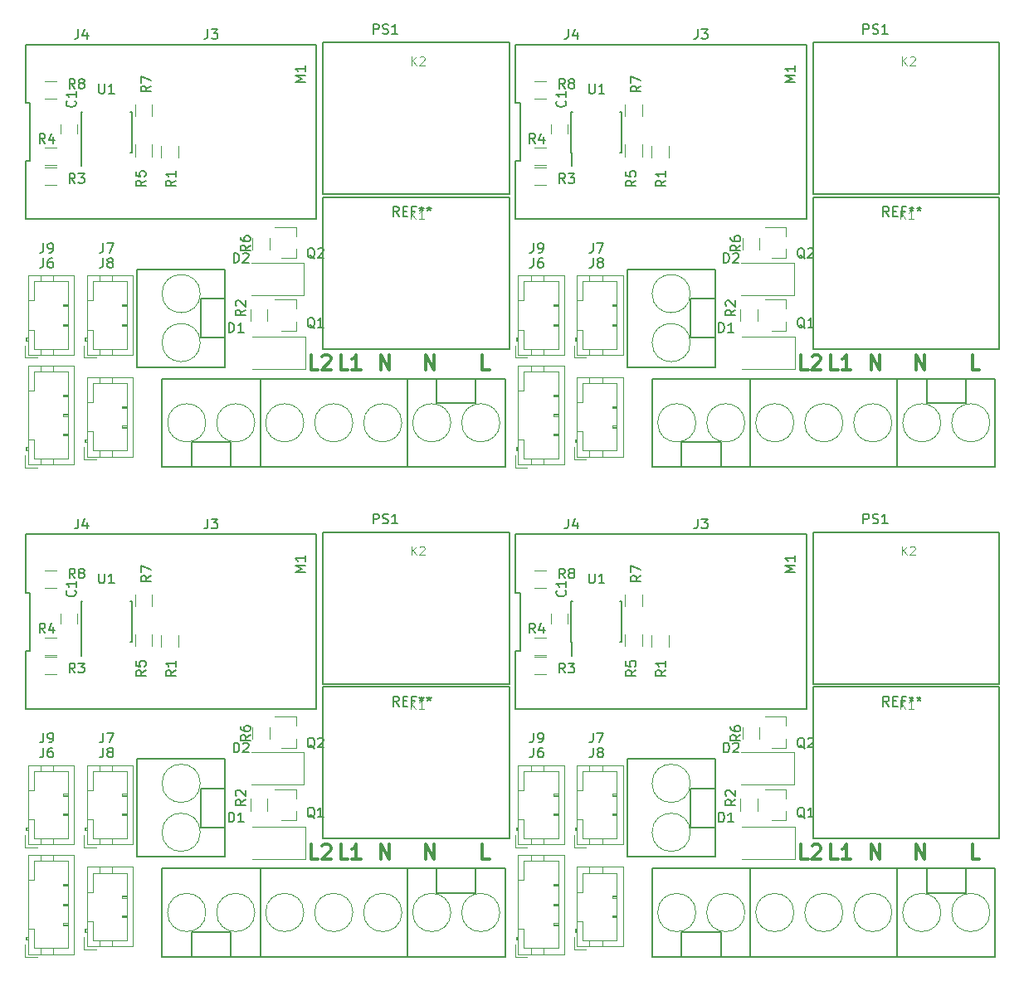
<source format=gto>
G04 #@! TF.GenerationSoftware,KiCad,Pcbnew,5.0.2-bee76a0~70~ubuntu16.04.1*
G04 #@! TF.CreationDate,2019-11-28T15:24:24+01:00*
G04 #@! TF.ProjectId,Shutter_RF_2x2,53687574-7465-4725-9f52-465f3278322e,rev?*
G04 #@! TF.SameCoordinates,Original*
G04 #@! TF.FileFunction,Legend,Top*
G04 #@! TF.FilePolarity,Positive*
%FSLAX46Y46*%
G04 Gerber Fmt 4.6, Leading zero omitted, Abs format (unit mm)*
G04 Created by KiCad (PCBNEW 5.0.2-bee76a0~70~ubuntu16.04.1) date Thu 28 Nov 2019 03:24:24 PM CET*
%MOMM*%
%LPD*%
G01*
G04 APERTURE LIST*
%ADD10C,0.300000*%
%ADD11C,0.150000*%
%ADD12C,0.120000*%
%ADD13C,0.066040*%
%ADD14C,0.127000*%
%ADD15C,0.100000*%
%ADD16C,0.101600*%
G04 APERTURE END LIST*
D10*
X180306000Y-89362571D02*
X179591714Y-89362571D01*
X179591714Y-87862571D01*
X180734571Y-88005428D02*
X180806000Y-87934000D01*
X180948857Y-87862571D01*
X181306000Y-87862571D01*
X181448857Y-87934000D01*
X181520285Y-88005428D01*
X181591714Y-88148285D01*
X181591714Y-88291142D01*
X181520285Y-88505428D01*
X180663142Y-89362571D01*
X181591714Y-89362571D01*
X133354000Y-89362571D02*
X132639714Y-89362571D01*
X132639714Y-87862571D01*
X134639714Y-89362571D02*
X133782571Y-89362571D01*
X134211142Y-89362571D02*
X134211142Y-87862571D01*
X134068285Y-88076857D01*
X133925428Y-88219714D01*
X133782571Y-88291142D01*
X191303428Y-89362571D02*
X191303428Y-87862571D01*
X192160571Y-89362571D01*
X192160571Y-87862571D01*
X141303428Y-89362571D02*
X141303428Y-87862571D01*
X142160571Y-89362571D01*
X142160571Y-87862571D01*
X197784285Y-89362571D02*
X197070000Y-89362571D01*
X197070000Y-87862571D01*
X130306000Y-89362571D02*
X129591714Y-89362571D01*
X129591714Y-87862571D01*
X130734571Y-88005428D02*
X130806000Y-87934000D01*
X130948857Y-87862571D01*
X131306000Y-87862571D01*
X131448857Y-87934000D01*
X131520285Y-88005428D01*
X131591714Y-88148285D01*
X131591714Y-88291142D01*
X131520285Y-88505428D01*
X130663142Y-89362571D01*
X131591714Y-89362571D01*
X183354000Y-89362571D02*
X182639714Y-89362571D01*
X182639714Y-87862571D01*
X184639714Y-89362571D02*
X183782571Y-89362571D01*
X184211142Y-89362571D02*
X184211142Y-87862571D01*
X184068285Y-88076857D01*
X183925428Y-88219714D01*
X183782571Y-88291142D01*
X136731428Y-89362571D02*
X136731428Y-87862571D01*
X137588571Y-89362571D01*
X137588571Y-87862571D01*
X147784285Y-89362571D02*
X147070000Y-89362571D01*
X147070000Y-87862571D01*
X186731428Y-89362571D02*
X186731428Y-87862571D01*
X187588571Y-89362571D01*
X187588571Y-87862571D01*
X183354000Y-139362571D02*
X182639714Y-139362571D01*
X182639714Y-137862571D01*
X184639714Y-139362571D02*
X183782571Y-139362571D01*
X184211142Y-139362571D02*
X184211142Y-137862571D01*
X184068285Y-138076857D01*
X183925428Y-138219714D01*
X183782571Y-138291142D01*
X191303428Y-139362571D02*
X191303428Y-137862571D01*
X192160571Y-139362571D01*
X192160571Y-137862571D01*
X180306000Y-139362571D02*
X179591714Y-139362571D01*
X179591714Y-137862571D01*
X180734571Y-138005428D02*
X180806000Y-137934000D01*
X180948857Y-137862571D01*
X181306000Y-137862571D01*
X181448857Y-137934000D01*
X181520285Y-138005428D01*
X181591714Y-138148285D01*
X181591714Y-138291142D01*
X181520285Y-138505428D01*
X180663142Y-139362571D01*
X181591714Y-139362571D01*
X186731428Y-139362571D02*
X186731428Y-137862571D01*
X187588571Y-139362571D01*
X187588571Y-137862571D01*
X197784285Y-139362571D02*
X197070000Y-139362571D01*
X197070000Y-137862571D01*
X130306000Y-139362571D02*
X129591714Y-139362571D01*
X129591714Y-137862571D01*
X130734571Y-138005428D02*
X130806000Y-137934000D01*
X130948857Y-137862571D01*
X131306000Y-137862571D01*
X131448857Y-137934000D01*
X131520285Y-138005428D01*
X131591714Y-138148285D01*
X131591714Y-138291142D01*
X131520285Y-138505428D01*
X130663142Y-139362571D01*
X131591714Y-139362571D01*
X133354000Y-139362571D02*
X132639714Y-139362571D01*
X132639714Y-137862571D01*
X134639714Y-139362571D02*
X133782571Y-139362571D01*
X134211142Y-139362571D02*
X134211142Y-137862571D01*
X134068285Y-138076857D01*
X133925428Y-138219714D01*
X133782571Y-138291142D01*
X136731428Y-139362571D02*
X136731428Y-137862571D01*
X137588571Y-139362571D01*
X137588571Y-137862571D01*
X141303428Y-139362571D02*
X141303428Y-137862571D01*
X142160571Y-139362571D01*
X142160571Y-137862571D01*
X147784285Y-139362571D02*
X147070000Y-139362571D01*
X147070000Y-137862571D01*
D11*
G04 #@! TO.C,J1*
X196400000Y-90300000D02*
X196400000Y-92800000D01*
X196400000Y-92800000D02*
X192400000Y-92800000D01*
X192400000Y-92800000D02*
X192400000Y-90300000D01*
X199400000Y-90300000D02*
X189400000Y-90300000D01*
X189400000Y-99300000D02*
X199400000Y-99300000D01*
X199400000Y-99300000D02*
X199400000Y-90300000D01*
X189400000Y-99300000D02*
X189400000Y-90300000D01*
D12*
G04 #@! TO.C,R6*
X125356000Y-75900000D02*
X125356000Y-77100000D01*
X123596000Y-77100000D02*
X123596000Y-75900000D01*
G04 #@! TO.C,D1*
X178976000Y-89350000D02*
X178976000Y-86050000D01*
X178976000Y-86050000D02*
X173576000Y-86050000D01*
X178976000Y-89350000D02*
X173576000Y-89350000D01*
D13*
G04 #@! TO.C,K1*
X130800400Y-87249540D02*
X149799600Y-87249540D01*
X149799600Y-87249540D02*
X149799600Y-71750460D01*
X130800400Y-71750460D02*
X149799600Y-71750460D01*
X130800400Y-87249540D02*
X130800400Y-71750460D01*
D14*
X130800400Y-87249540D02*
X149799600Y-87249540D01*
X149799600Y-87249540D02*
X149799600Y-71750460D01*
X149799600Y-71750460D02*
X130800400Y-71750460D01*
X130800400Y-71750460D02*
X130800400Y-87249540D01*
D12*
G04 #@! TO.C,C1*
X155752000Y-65308000D02*
X155752000Y-64308000D01*
X154052000Y-64308000D02*
X154052000Y-65308000D01*
G04 #@! TO.C,R3*
X103600000Y-70480000D02*
X102400000Y-70480000D01*
X102400000Y-68720000D02*
X103600000Y-68720000D01*
G04 #@! TO.C,R7*
X163380000Y-62300000D02*
X163380000Y-63500000D01*
X161620000Y-63500000D02*
X161620000Y-62300000D01*
D14*
G04 #@! TO.C,K1*
X180800400Y-71750460D02*
X180800400Y-87249540D01*
X199799600Y-71750460D02*
X180800400Y-71750460D01*
X199799600Y-87249540D02*
X199799600Y-71750460D01*
X180800400Y-87249540D02*
X199799600Y-87249540D01*
D13*
X180800400Y-87249540D02*
X180800400Y-71750460D01*
X180800400Y-71750460D02*
X199799600Y-71750460D01*
X199799600Y-87249540D02*
X199799600Y-71750460D01*
X180800400Y-87249540D02*
X199799600Y-87249540D01*
D12*
G04 #@! TO.C,R6*
X173596000Y-77100000D02*
X173596000Y-75900000D01*
X175356000Y-75900000D02*
X175356000Y-77100000D01*
G04 #@! TO.C,J8*
X156400000Y-98550000D02*
X157650000Y-98550000D01*
X156400000Y-97300000D02*
X156400000Y-98550000D01*
X160800000Y-93200000D02*
X160300000Y-93200000D01*
X160300000Y-93100000D02*
X160800000Y-93100000D01*
X160300000Y-93300000D02*
X160300000Y-93100000D01*
X160800000Y-93300000D02*
X160300000Y-93300000D01*
X160800000Y-95200000D02*
X160300000Y-95200000D01*
X160300000Y-95100000D02*
X160800000Y-95100000D01*
X160300000Y-95300000D02*
X160300000Y-95100000D01*
X160800000Y-95300000D02*
X160300000Y-95300000D01*
X156600000Y-96500000D02*
X156600000Y-96800000D01*
X156500000Y-96800000D02*
X156700000Y-96800000D01*
X156500000Y-96500000D02*
X156500000Y-96800000D01*
X156700000Y-96500000D02*
X156500000Y-96500000D01*
X159300000Y-90150000D02*
X159300000Y-90750000D01*
X158000000Y-90150000D02*
X158000000Y-90750000D01*
X159300000Y-98250000D02*
X159300000Y-97650000D01*
X158000000Y-98250000D02*
X158000000Y-97650000D01*
X157300000Y-92700000D02*
X156700000Y-92700000D01*
X157300000Y-90750000D02*
X157300000Y-92700000D01*
X160800000Y-90750000D02*
X157300000Y-90750000D01*
X160800000Y-97650000D02*
X160800000Y-90750000D01*
X157300000Y-97650000D02*
X160800000Y-97650000D01*
X157300000Y-95700000D02*
X157300000Y-97650000D01*
X156700000Y-95700000D02*
X157300000Y-95700000D01*
X156700000Y-90150000D02*
X156700000Y-98250000D01*
X161400000Y-90150000D02*
X156700000Y-90150000D01*
X161400000Y-98250000D02*
X161400000Y-90150000D01*
X156700000Y-98250000D02*
X161400000Y-98250000D01*
G04 #@! TO.C,Q1*
X128036000Y-85380000D02*
X128036000Y-84450000D01*
X128036000Y-82220000D02*
X128036000Y-83150000D01*
X128036000Y-82220000D02*
X125876000Y-82220000D01*
X128036000Y-85380000D02*
X126576000Y-85380000D01*
D11*
G04 #@! TO.C,J5*
X117400000Y-99300000D02*
X117400000Y-96800000D01*
X117400000Y-96800000D02*
X121400000Y-96800000D01*
X121400000Y-96800000D02*
X121400000Y-99300000D01*
X114400000Y-99300000D02*
X124400000Y-99300000D01*
X124400000Y-90300000D02*
X114400000Y-90300000D01*
X114400000Y-90300000D02*
X114400000Y-99300000D01*
X124400000Y-90300000D02*
X124400000Y-99300000D01*
D12*
G04 #@! TO.C,R7*
X111620000Y-63500000D02*
X111620000Y-62300000D01*
X113380000Y-62300000D02*
X113380000Y-63500000D01*
G04 #@! TO.C,Q2*
X178036000Y-77980000D02*
X178036000Y-77050000D01*
X178036000Y-74820000D02*
X178036000Y-75750000D01*
X178036000Y-74820000D02*
X175876000Y-74820000D01*
X178036000Y-77980000D02*
X176576000Y-77980000D01*
G04 #@! TO.C,D1*
X128976000Y-89350000D02*
X123576000Y-89350000D01*
X128976000Y-86050000D02*
X123576000Y-86050000D01*
X128976000Y-89350000D02*
X128976000Y-86050000D01*
G04 #@! TO.C,R4*
X102400000Y-66720000D02*
X103600000Y-66720000D01*
X103600000Y-68480000D02*
X102400000Y-68480000D01*
G04 #@! TO.C,J9*
X100400000Y-88150000D02*
X101650000Y-88150000D01*
X100400000Y-86900000D02*
X100400000Y-88150000D01*
X104800000Y-82800000D02*
X104300000Y-82800000D01*
X104300000Y-82700000D02*
X104800000Y-82700000D01*
X104300000Y-82900000D02*
X104300000Y-82700000D01*
X104800000Y-82900000D02*
X104300000Y-82900000D01*
X104800000Y-84800000D02*
X104300000Y-84800000D01*
X104300000Y-84700000D02*
X104800000Y-84700000D01*
X104300000Y-84900000D02*
X104300000Y-84700000D01*
X104800000Y-84900000D02*
X104300000Y-84900000D01*
X100600000Y-86100000D02*
X100600000Y-86400000D01*
X100500000Y-86400000D02*
X100700000Y-86400000D01*
X100500000Y-86100000D02*
X100500000Y-86400000D01*
X100700000Y-86100000D02*
X100500000Y-86100000D01*
X103300000Y-79750000D02*
X103300000Y-80350000D01*
X102000000Y-79750000D02*
X102000000Y-80350000D01*
X103300000Y-87850000D02*
X103300000Y-87250000D01*
X102000000Y-87850000D02*
X102000000Y-87250000D01*
X101300000Y-82300000D02*
X100700000Y-82300000D01*
X101300000Y-80350000D02*
X101300000Y-82300000D01*
X104800000Y-80350000D02*
X101300000Y-80350000D01*
X104800000Y-87250000D02*
X104800000Y-80350000D01*
X101300000Y-87250000D02*
X104800000Y-87250000D01*
X101300000Y-85300000D02*
X101300000Y-87250000D01*
X100700000Y-85300000D02*
X101300000Y-85300000D01*
X100700000Y-79750000D02*
X100700000Y-87850000D01*
X105400000Y-79750000D02*
X100700000Y-79750000D01*
X105400000Y-87850000D02*
X105400000Y-79750000D01*
X100700000Y-87850000D02*
X105400000Y-87850000D01*
G04 #@! TO.C,R8*
X153600000Y-61680000D02*
X152400000Y-61680000D01*
X152400000Y-59920000D02*
X153600000Y-59920000D01*
D14*
G04 #@! TO.C,K2*
X180800400Y-55950460D02*
X180800400Y-71449540D01*
X199799600Y-55950460D02*
X180800400Y-55950460D01*
X199799600Y-71449540D02*
X199799600Y-55950460D01*
X180800400Y-71449540D02*
X199799600Y-71449540D01*
D13*
X180800400Y-71449540D02*
X180800400Y-55950460D01*
X180800400Y-55950460D02*
X199799600Y-55950460D01*
X199799600Y-71449540D02*
X199799600Y-55950460D01*
X180800400Y-71449540D02*
X199799600Y-71449540D01*
D12*
G04 #@! TO.C,C1*
X104052000Y-64308000D02*
X104052000Y-65308000D01*
X105752000Y-65308000D02*
X105752000Y-64308000D01*
G04 #@! TO.C,J9*
X150700000Y-87850000D02*
X155400000Y-87850000D01*
X155400000Y-87850000D02*
X155400000Y-79750000D01*
X155400000Y-79750000D02*
X150700000Y-79750000D01*
X150700000Y-79750000D02*
X150700000Y-87850000D01*
X150700000Y-85300000D02*
X151300000Y-85300000D01*
X151300000Y-85300000D02*
X151300000Y-87250000D01*
X151300000Y-87250000D02*
X154800000Y-87250000D01*
X154800000Y-87250000D02*
X154800000Y-80350000D01*
X154800000Y-80350000D02*
X151300000Y-80350000D01*
X151300000Y-80350000D02*
X151300000Y-82300000D01*
X151300000Y-82300000D02*
X150700000Y-82300000D01*
X152000000Y-87850000D02*
X152000000Y-87250000D01*
X153300000Y-87850000D02*
X153300000Y-87250000D01*
X152000000Y-79750000D02*
X152000000Y-80350000D01*
X153300000Y-79750000D02*
X153300000Y-80350000D01*
X150700000Y-86100000D02*
X150500000Y-86100000D01*
X150500000Y-86100000D02*
X150500000Y-86400000D01*
X150500000Y-86400000D02*
X150700000Y-86400000D01*
X150600000Y-86100000D02*
X150600000Y-86400000D01*
X154800000Y-84900000D02*
X154300000Y-84900000D01*
X154300000Y-84900000D02*
X154300000Y-84700000D01*
X154300000Y-84700000D02*
X154800000Y-84700000D01*
X154800000Y-84800000D02*
X154300000Y-84800000D01*
X154800000Y-82900000D02*
X154300000Y-82900000D01*
X154300000Y-82900000D02*
X154300000Y-82700000D01*
X154300000Y-82700000D02*
X154800000Y-82700000D01*
X154800000Y-82800000D02*
X154300000Y-82800000D01*
X150400000Y-86900000D02*
X150400000Y-88150000D01*
X150400000Y-88150000D02*
X151650000Y-88150000D01*
G04 #@! TO.C,R1*
X166069000Y-66494000D02*
X166069000Y-67694000D01*
X164309000Y-67694000D02*
X164309000Y-66494000D01*
G04 #@! TO.C,R8*
X102400000Y-59920000D02*
X103600000Y-59920000D01*
X103600000Y-61680000D02*
X102400000Y-61680000D01*
D11*
G04 #@! TO.C,J5*
X174400000Y-90300000D02*
X174400000Y-99300000D01*
X164400000Y-90300000D02*
X164400000Y-99300000D01*
X174400000Y-90300000D02*
X164400000Y-90300000D01*
X164400000Y-99300000D02*
X174400000Y-99300000D01*
X171400000Y-96800000D02*
X171400000Y-99300000D01*
X167400000Y-96800000D02*
X171400000Y-96800000D01*
X167400000Y-99300000D02*
X167400000Y-96800000D01*
G04 #@! TO.C,U1*
X156125000Y-67175000D02*
X156175000Y-67175000D01*
X156125000Y-63025000D02*
X156270000Y-63025000D01*
X161275000Y-63025000D02*
X161130000Y-63025000D01*
X161275000Y-67175000D02*
X161130000Y-67175000D01*
X156125000Y-67175000D02*
X156125000Y-63025000D01*
X161275000Y-67175000D02*
X161275000Y-63025000D01*
X156175000Y-67175000D02*
X156175000Y-68575000D01*
G04 #@! TO.C,J2*
X189400000Y-99300000D02*
X189400000Y-90300000D01*
X174400000Y-90300000D02*
X174400000Y-99300000D01*
X174400000Y-90300000D02*
X189400000Y-90300000D01*
X189400000Y-99300000D02*
X174400000Y-99300000D01*
G04 #@! TO.C,M1*
X150470000Y-74000000D02*
X180130000Y-74000000D01*
X180130000Y-74000000D02*
X180130000Y-56200000D01*
X180130000Y-56200000D02*
X150470000Y-56200000D01*
X150470000Y-56200000D02*
X150470000Y-62133334D01*
X150470000Y-62133334D02*
X150920000Y-62133334D01*
X150920000Y-62133334D02*
X150920000Y-68066666D01*
X150920000Y-68066666D02*
X150470000Y-68066666D01*
X150470000Y-68066666D02*
X150470000Y-74000000D01*
D13*
G04 #@! TO.C,K2*
X130800400Y-71449540D02*
X149799600Y-71449540D01*
X149799600Y-71449540D02*
X149799600Y-55950460D01*
X130800400Y-55950460D02*
X149799600Y-55950460D01*
X130800400Y-71449540D02*
X130800400Y-55950460D01*
D14*
X130800400Y-71449540D02*
X149799600Y-71449540D01*
X149799600Y-71449540D02*
X149799600Y-55950460D01*
X149799600Y-55950460D02*
X130800400Y-55950460D01*
X130800400Y-55950460D02*
X130800400Y-71449540D01*
D12*
G04 #@! TO.C,R5*
X163380000Y-66400000D02*
X163380000Y-67600000D01*
X161620000Y-67600000D02*
X161620000Y-66400000D01*
G04 #@! TO.C,R3*
X152400000Y-68720000D02*
X153600000Y-68720000D01*
X153600000Y-70480000D02*
X152400000Y-70480000D01*
G04 #@! TO.C,D2*
X178876000Y-81750000D02*
X173476000Y-81750000D01*
X178876000Y-78450000D02*
X173476000Y-78450000D01*
X178876000Y-81750000D02*
X178876000Y-78450000D01*
G04 #@! TO.C,R4*
X153600000Y-68480000D02*
X152400000Y-68480000D01*
X152400000Y-66720000D02*
X153600000Y-66720000D01*
G04 #@! TO.C,Q2*
X128036000Y-77980000D02*
X126576000Y-77980000D01*
X128036000Y-74820000D02*
X125876000Y-74820000D01*
X128036000Y-74820000D02*
X128036000Y-75750000D01*
X128036000Y-77980000D02*
X128036000Y-77050000D01*
G04 #@! TO.C,J7*
X156700000Y-87850000D02*
X161400000Y-87850000D01*
X161400000Y-87850000D02*
X161400000Y-79750000D01*
X161400000Y-79750000D02*
X156700000Y-79750000D01*
X156700000Y-79750000D02*
X156700000Y-87850000D01*
X156700000Y-85300000D02*
X157300000Y-85300000D01*
X157300000Y-85300000D02*
X157300000Y-87250000D01*
X157300000Y-87250000D02*
X160800000Y-87250000D01*
X160800000Y-87250000D02*
X160800000Y-80350000D01*
X160800000Y-80350000D02*
X157300000Y-80350000D01*
X157300000Y-80350000D02*
X157300000Y-82300000D01*
X157300000Y-82300000D02*
X156700000Y-82300000D01*
X158000000Y-87850000D02*
X158000000Y-87250000D01*
X159300000Y-87850000D02*
X159300000Y-87250000D01*
X158000000Y-79750000D02*
X158000000Y-80350000D01*
X159300000Y-79750000D02*
X159300000Y-80350000D01*
X156700000Y-86100000D02*
X156500000Y-86100000D01*
X156500000Y-86100000D02*
X156500000Y-86400000D01*
X156500000Y-86400000D02*
X156700000Y-86400000D01*
X156600000Y-86100000D02*
X156600000Y-86400000D01*
X160800000Y-84900000D02*
X160300000Y-84900000D01*
X160300000Y-84900000D02*
X160300000Y-84700000D01*
X160300000Y-84700000D02*
X160800000Y-84700000D01*
X160800000Y-84800000D02*
X160300000Y-84800000D01*
X160800000Y-82900000D02*
X160300000Y-82900000D01*
X160300000Y-82900000D02*
X160300000Y-82700000D01*
X160300000Y-82700000D02*
X160800000Y-82700000D01*
X160800000Y-82800000D02*
X160300000Y-82800000D01*
X156400000Y-86900000D02*
X156400000Y-88150000D01*
X156400000Y-88150000D02*
X157650000Y-88150000D01*
G04 #@! TO.C,Q1*
X178036000Y-85380000D02*
X176576000Y-85380000D01*
X178036000Y-82220000D02*
X175876000Y-82220000D01*
X178036000Y-82220000D02*
X178036000Y-83150000D01*
X178036000Y-85380000D02*
X178036000Y-84450000D01*
D11*
G04 #@! TO.C,U1*
X106175000Y-67175000D02*
X106175000Y-68575000D01*
X111275000Y-67175000D02*
X111275000Y-63025000D01*
X106125000Y-67175000D02*
X106125000Y-63025000D01*
X111275000Y-67175000D02*
X111130000Y-67175000D01*
X111275000Y-63025000D02*
X111130000Y-63025000D01*
X106125000Y-63025000D02*
X106270000Y-63025000D01*
X106125000Y-67175000D02*
X106175000Y-67175000D01*
D12*
G04 #@! TO.C,J6*
X100400000Y-99350000D02*
X101650000Y-99350000D01*
X100400000Y-98100000D02*
X100400000Y-99350000D01*
X104800000Y-92000000D02*
X104300000Y-92000000D01*
X104300000Y-91900000D02*
X104800000Y-91900000D01*
X104300000Y-92100000D02*
X104300000Y-91900000D01*
X104800000Y-92100000D02*
X104300000Y-92100000D01*
X104800000Y-94000000D02*
X104300000Y-94000000D01*
X104300000Y-93900000D02*
X104800000Y-93900000D01*
X104300000Y-94100000D02*
X104300000Y-93900000D01*
X104800000Y-94100000D02*
X104300000Y-94100000D01*
X104800000Y-96000000D02*
X104300000Y-96000000D01*
X104300000Y-95900000D02*
X104800000Y-95900000D01*
X104300000Y-96100000D02*
X104300000Y-95900000D01*
X104800000Y-96100000D02*
X104300000Y-96100000D01*
X100600000Y-97300000D02*
X100600000Y-97600000D01*
X100500000Y-97600000D02*
X100700000Y-97600000D01*
X100500000Y-97300000D02*
X100500000Y-97600000D01*
X100700000Y-97300000D02*
X100500000Y-97300000D01*
X103300000Y-88950000D02*
X103300000Y-89550000D01*
X102000000Y-88950000D02*
X102000000Y-89550000D01*
X103300000Y-99050000D02*
X103300000Y-98450000D01*
X102000000Y-99050000D02*
X102000000Y-98450000D01*
X101300000Y-91500000D02*
X100700000Y-91500000D01*
X101300000Y-89550000D02*
X101300000Y-91500000D01*
X104800000Y-89550000D02*
X101300000Y-89550000D01*
X104800000Y-98450000D02*
X104800000Y-89550000D01*
X101300000Y-98450000D02*
X104800000Y-98450000D01*
X101300000Y-96500000D02*
X101300000Y-98450000D01*
X100700000Y-96500000D02*
X101300000Y-96500000D01*
X100700000Y-88950000D02*
X100700000Y-99050000D01*
X105400000Y-88950000D02*
X100700000Y-88950000D01*
X105400000Y-99050000D02*
X105400000Y-88950000D01*
X100700000Y-99050000D02*
X105400000Y-99050000D01*
G04 #@! TO.C,R1*
X114309000Y-67694000D02*
X114309000Y-66494000D01*
X116069000Y-66494000D02*
X116069000Y-67694000D01*
G04 #@! TO.C,R5*
X111620000Y-67600000D02*
X111620000Y-66400000D01*
X113380000Y-66400000D02*
X113380000Y-67600000D01*
G04 #@! TO.C,D2*
X128876000Y-81750000D02*
X128876000Y-78450000D01*
X128876000Y-78450000D02*
X123476000Y-78450000D01*
X128876000Y-81750000D02*
X123476000Y-81750000D01*
G04 #@! TO.C,R2*
X173396000Y-84400000D02*
X173396000Y-83200000D01*
X175156000Y-83200000D02*
X175156000Y-84400000D01*
G04 #@! TO.C,J6*
X150700000Y-99050000D02*
X155400000Y-99050000D01*
X155400000Y-99050000D02*
X155400000Y-88950000D01*
X155400000Y-88950000D02*
X150700000Y-88950000D01*
X150700000Y-88950000D02*
X150700000Y-99050000D01*
X150700000Y-96500000D02*
X151300000Y-96500000D01*
X151300000Y-96500000D02*
X151300000Y-98450000D01*
X151300000Y-98450000D02*
X154800000Y-98450000D01*
X154800000Y-98450000D02*
X154800000Y-89550000D01*
X154800000Y-89550000D02*
X151300000Y-89550000D01*
X151300000Y-89550000D02*
X151300000Y-91500000D01*
X151300000Y-91500000D02*
X150700000Y-91500000D01*
X152000000Y-99050000D02*
X152000000Y-98450000D01*
X153300000Y-99050000D02*
X153300000Y-98450000D01*
X152000000Y-88950000D02*
X152000000Y-89550000D01*
X153300000Y-88950000D02*
X153300000Y-89550000D01*
X150700000Y-97300000D02*
X150500000Y-97300000D01*
X150500000Y-97300000D02*
X150500000Y-97600000D01*
X150500000Y-97600000D02*
X150700000Y-97600000D01*
X150600000Y-97300000D02*
X150600000Y-97600000D01*
X154800000Y-96100000D02*
X154300000Y-96100000D01*
X154300000Y-96100000D02*
X154300000Y-95900000D01*
X154300000Y-95900000D02*
X154800000Y-95900000D01*
X154800000Y-96000000D02*
X154300000Y-96000000D01*
X154800000Y-94100000D02*
X154300000Y-94100000D01*
X154300000Y-94100000D02*
X154300000Y-93900000D01*
X154300000Y-93900000D02*
X154800000Y-93900000D01*
X154800000Y-94000000D02*
X154300000Y-94000000D01*
X154800000Y-92100000D02*
X154300000Y-92100000D01*
X154300000Y-92100000D02*
X154300000Y-91900000D01*
X154300000Y-91900000D02*
X154800000Y-91900000D01*
X154800000Y-92000000D02*
X154300000Y-92000000D01*
X150400000Y-98100000D02*
X150400000Y-99350000D01*
X150400000Y-99350000D02*
X151650000Y-99350000D01*
D11*
G04 #@! TO.C,J2*
X139400000Y-99300000D02*
X124400000Y-99300000D01*
X124400000Y-90300000D02*
X139400000Y-90300000D01*
X124400000Y-90300000D02*
X124400000Y-99300000D01*
X139400000Y-99300000D02*
X139400000Y-90300000D01*
G04 #@! TO.C,J10*
X111832000Y-79112000D02*
X120832000Y-79112000D01*
X111832000Y-89112000D02*
X120832000Y-89112000D01*
X111832000Y-79112000D02*
X111832000Y-89112000D01*
X120832000Y-89112000D02*
X120832000Y-79112000D01*
X118332000Y-82112000D02*
X120832000Y-82112000D01*
X118332000Y-86112000D02*
X118332000Y-82112000D01*
X120832000Y-86112000D02*
X118332000Y-86112000D01*
X170832000Y-86112000D02*
X168332000Y-86112000D01*
X168332000Y-86112000D02*
X168332000Y-82112000D01*
X168332000Y-82112000D02*
X170832000Y-82112000D01*
X170832000Y-89112000D02*
X170832000Y-79112000D01*
X161832000Y-79112000D02*
X161832000Y-89112000D01*
X161832000Y-89112000D02*
X170832000Y-89112000D01*
X161832000Y-79112000D02*
X170832000Y-79112000D01*
D12*
G04 #@! TO.C,R2*
X125156000Y-83200000D02*
X125156000Y-84400000D01*
X123396000Y-84400000D02*
X123396000Y-83200000D01*
D11*
G04 #@! TO.C,J1*
X139400000Y-99300000D02*
X139400000Y-90300000D01*
X149400000Y-99300000D02*
X149400000Y-90300000D01*
X139400000Y-99300000D02*
X149400000Y-99300000D01*
X149400000Y-90300000D02*
X139400000Y-90300000D01*
X142400000Y-92800000D02*
X142400000Y-90300000D01*
X146400000Y-92800000D02*
X142400000Y-92800000D01*
X146400000Y-90300000D02*
X146400000Y-92800000D01*
D12*
G04 #@! TO.C,J8*
X106700000Y-98250000D02*
X111400000Y-98250000D01*
X111400000Y-98250000D02*
X111400000Y-90150000D01*
X111400000Y-90150000D02*
X106700000Y-90150000D01*
X106700000Y-90150000D02*
X106700000Y-98250000D01*
X106700000Y-95700000D02*
X107300000Y-95700000D01*
X107300000Y-95700000D02*
X107300000Y-97650000D01*
X107300000Y-97650000D02*
X110800000Y-97650000D01*
X110800000Y-97650000D02*
X110800000Y-90750000D01*
X110800000Y-90750000D02*
X107300000Y-90750000D01*
X107300000Y-90750000D02*
X107300000Y-92700000D01*
X107300000Y-92700000D02*
X106700000Y-92700000D01*
X108000000Y-98250000D02*
X108000000Y-97650000D01*
X109300000Y-98250000D02*
X109300000Y-97650000D01*
X108000000Y-90150000D02*
X108000000Y-90750000D01*
X109300000Y-90150000D02*
X109300000Y-90750000D01*
X106700000Y-96500000D02*
X106500000Y-96500000D01*
X106500000Y-96500000D02*
X106500000Y-96800000D01*
X106500000Y-96800000D02*
X106700000Y-96800000D01*
X106600000Y-96500000D02*
X106600000Y-96800000D01*
X110800000Y-95300000D02*
X110300000Y-95300000D01*
X110300000Y-95300000D02*
X110300000Y-95100000D01*
X110300000Y-95100000D02*
X110800000Y-95100000D01*
X110800000Y-95200000D02*
X110300000Y-95200000D01*
X110800000Y-93300000D02*
X110300000Y-93300000D01*
X110300000Y-93300000D02*
X110300000Y-93100000D01*
X110300000Y-93100000D02*
X110800000Y-93100000D01*
X110800000Y-93200000D02*
X110300000Y-93200000D01*
X106400000Y-97300000D02*
X106400000Y-98550000D01*
X106400000Y-98550000D02*
X107650000Y-98550000D01*
D11*
G04 #@! TO.C,M1*
X100470000Y-68066666D02*
X100470000Y-74000000D01*
X100920000Y-68066666D02*
X100470000Y-68066666D01*
X100920000Y-62133334D02*
X100920000Y-68066666D01*
X100470000Y-62133334D02*
X100920000Y-62133334D01*
X100470000Y-56200000D02*
X100470000Y-62133334D01*
X130130000Y-56200000D02*
X100470000Y-56200000D01*
X130130000Y-74000000D02*
X130130000Y-56200000D01*
X100470000Y-74000000D02*
X130130000Y-74000000D01*
D12*
G04 #@! TO.C,J7*
X106400000Y-88150000D02*
X107650000Y-88150000D01*
X106400000Y-86900000D02*
X106400000Y-88150000D01*
X110800000Y-82800000D02*
X110300000Y-82800000D01*
X110300000Y-82700000D02*
X110800000Y-82700000D01*
X110300000Y-82900000D02*
X110300000Y-82700000D01*
X110800000Y-82900000D02*
X110300000Y-82900000D01*
X110800000Y-84800000D02*
X110300000Y-84800000D01*
X110300000Y-84700000D02*
X110800000Y-84700000D01*
X110300000Y-84900000D02*
X110300000Y-84700000D01*
X110800000Y-84900000D02*
X110300000Y-84900000D01*
X106600000Y-86100000D02*
X106600000Y-86400000D01*
X106500000Y-86400000D02*
X106700000Y-86400000D01*
X106500000Y-86100000D02*
X106500000Y-86400000D01*
X106700000Y-86100000D02*
X106500000Y-86100000D01*
X109300000Y-79750000D02*
X109300000Y-80350000D01*
X108000000Y-79750000D02*
X108000000Y-80350000D01*
X109300000Y-87850000D02*
X109300000Y-87250000D01*
X108000000Y-87850000D02*
X108000000Y-87250000D01*
X107300000Y-82300000D02*
X106700000Y-82300000D01*
X107300000Y-80350000D02*
X107300000Y-82300000D01*
X110800000Y-80350000D02*
X107300000Y-80350000D01*
X110800000Y-87250000D02*
X110800000Y-80350000D01*
X107300000Y-87250000D02*
X110800000Y-87250000D01*
X107300000Y-85300000D02*
X107300000Y-87250000D01*
X106700000Y-85300000D02*
X107300000Y-85300000D01*
X106700000Y-79750000D02*
X106700000Y-87850000D01*
X111400000Y-79750000D02*
X106700000Y-79750000D01*
X111400000Y-87850000D02*
X111400000Y-79750000D01*
X106700000Y-87850000D02*
X111400000Y-87850000D01*
G04 #@! TO.C,R6*
X175356000Y-125900000D02*
X175356000Y-127100000D01*
X173596000Y-127100000D02*
X173596000Y-125900000D01*
D13*
G04 #@! TO.C,K1*
X180800400Y-137249540D02*
X199799600Y-137249540D01*
X199799600Y-137249540D02*
X199799600Y-121750460D01*
X180800400Y-121750460D02*
X199799600Y-121750460D01*
X180800400Y-137249540D02*
X180800400Y-121750460D01*
D14*
X180800400Y-137249540D02*
X199799600Y-137249540D01*
X199799600Y-137249540D02*
X199799600Y-121750460D01*
X199799600Y-121750460D02*
X180800400Y-121750460D01*
X180800400Y-121750460D02*
X180800400Y-137249540D01*
D12*
G04 #@! TO.C,R3*
X153600000Y-120480000D02*
X152400000Y-120480000D01*
X152400000Y-118720000D02*
X153600000Y-118720000D01*
G04 #@! TO.C,Q1*
X178036000Y-135380000D02*
X178036000Y-134450000D01*
X178036000Y-132220000D02*
X178036000Y-133150000D01*
X178036000Y-132220000D02*
X175876000Y-132220000D01*
X178036000Y-135380000D02*
X176576000Y-135380000D01*
D11*
G04 #@! TO.C,J5*
X167400000Y-149300000D02*
X167400000Y-146800000D01*
X167400000Y-146800000D02*
X171400000Y-146800000D01*
X171400000Y-146800000D02*
X171400000Y-149300000D01*
X164400000Y-149300000D02*
X174400000Y-149300000D01*
X174400000Y-140300000D02*
X164400000Y-140300000D01*
X164400000Y-140300000D02*
X164400000Y-149300000D01*
X174400000Y-140300000D02*
X174400000Y-149300000D01*
D12*
G04 #@! TO.C,R7*
X161620000Y-113500000D02*
X161620000Y-112300000D01*
X163380000Y-112300000D02*
X163380000Y-113500000D01*
G04 #@! TO.C,D1*
X178976000Y-139350000D02*
X173576000Y-139350000D01*
X178976000Y-136050000D02*
X173576000Y-136050000D01*
X178976000Y-139350000D02*
X178976000Y-136050000D01*
G04 #@! TO.C,R4*
X152400000Y-116720000D02*
X153600000Y-116720000D01*
X153600000Y-118480000D02*
X152400000Y-118480000D01*
G04 #@! TO.C,J9*
X150400000Y-138150000D02*
X151650000Y-138150000D01*
X150400000Y-136900000D02*
X150400000Y-138150000D01*
X154800000Y-132800000D02*
X154300000Y-132800000D01*
X154300000Y-132700000D02*
X154800000Y-132700000D01*
X154300000Y-132900000D02*
X154300000Y-132700000D01*
X154800000Y-132900000D02*
X154300000Y-132900000D01*
X154800000Y-134800000D02*
X154300000Y-134800000D01*
X154300000Y-134700000D02*
X154800000Y-134700000D01*
X154300000Y-134900000D02*
X154300000Y-134700000D01*
X154800000Y-134900000D02*
X154300000Y-134900000D01*
X150600000Y-136100000D02*
X150600000Y-136400000D01*
X150500000Y-136400000D02*
X150700000Y-136400000D01*
X150500000Y-136100000D02*
X150500000Y-136400000D01*
X150700000Y-136100000D02*
X150500000Y-136100000D01*
X153300000Y-129750000D02*
X153300000Y-130350000D01*
X152000000Y-129750000D02*
X152000000Y-130350000D01*
X153300000Y-137850000D02*
X153300000Y-137250000D01*
X152000000Y-137850000D02*
X152000000Y-137250000D01*
X151300000Y-132300000D02*
X150700000Y-132300000D01*
X151300000Y-130350000D02*
X151300000Y-132300000D01*
X154800000Y-130350000D02*
X151300000Y-130350000D01*
X154800000Y-137250000D02*
X154800000Y-130350000D01*
X151300000Y-137250000D02*
X154800000Y-137250000D01*
X151300000Y-135300000D02*
X151300000Y-137250000D01*
X150700000Y-135300000D02*
X151300000Y-135300000D01*
X150700000Y-129750000D02*
X150700000Y-137850000D01*
X155400000Y-129750000D02*
X150700000Y-129750000D01*
X155400000Y-137850000D02*
X155400000Y-129750000D01*
X150700000Y-137850000D02*
X155400000Y-137850000D01*
G04 #@! TO.C,C1*
X154052000Y-114308000D02*
X154052000Y-115308000D01*
X155752000Y-115308000D02*
X155752000Y-114308000D01*
G04 #@! TO.C,R8*
X152400000Y-109920000D02*
X153600000Y-109920000D01*
X153600000Y-111680000D02*
X152400000Y-111680000D01*
D13*
G04 #@! TO.C,K2*
X180800400Y-121449540D02*
X199799600Y-121449540D01*
X199799600Y-121449540D02*
X199799600Y-105950460D01*
X180800400Y-105950460D02*
X199799600Y-105950460D01*
X180800400Y-121449540D02*
X180800400Y-105950460D01*
D14*
X180800400Y-121449540D02*
X199799600Y-121449540D01*
X199799600Y-121449540D02*
X199799600Y-105950460D01*
X199799600Y-105950460D02*
X180800400Y-105950460D01*
X180800400Y-105950460D02*
X180800400Y-121449540D01*
D12*
G04 #@! TO.C,Q2*
X178036000Y-127980000D02*
X176576000Y-127980000D01*
X178036000Y-124820000D02*
X175876000Y-124820000D01*
X178036000Y-124820000D02*
X178036000Y-125750000D01*
X178036000Y-127980000D02*
X178036000Y-127050000D01*
D11*
G04 #@! TO.C,U1*
X156175000Y-117175000D02*
X156175000Y-118575000D01*
X161275000Y-117175000D02*
X161275000Y-113025000D01*
X156125000Y-117175000D02*
X156125000Y-113025000D01*
X161275000Y-117175000D02*
X161130000Y-117175000D01*
X161275000Y-113025000D02*
X161130000Y-113025000D01*
X156125000Y-113025000D02*
X156270000Y-113025000D01*
X156125000Y-117175000D02*
X156175000Y-117175000D01*
D12*
G04 #@! TO.C,J6*
X150400000Y-149350000D02*
X151650000Y-149350000D01*
X150400000Y-148100000D02*
X150400000Y-149350000D01*
X154800000Y-142000000D02*
X154300000Y-142000000D01*
X154300000Y-141900000D02*
X154800000Y-141900000D01*
X154300000Y-142100000D02*
X154300000Y-141900000D01*
X154800000Y-142100000D02*
X154300000Y-142100000D01*
X154800000Y-144000000D02*
X154300000Y-144000000D01*
X154300000Y-143900000D02*
X154800000Y-143900000D01*
X154300000Y-144100000D02*
X154300000Y-143900000D01*
X154800000Y-144100000D02*
X154300000Y-144100000D01*
X154800000Y-146000000D02*
X154300000Y-146000000D01*
X154300000Y-145900000D02*
X154800000Y-145900000D01*
X154300000Y-146100000D02*
X154300000Y-145900000D01*
X154800000Y-146100000D02*
X154300000Y-146100000D01*
X150600000Y-147300000D02*
X150600000Y-147600000D01*
X150500000Y-147600000D02*
X150700000Y-147600000D01*
X150500000Y-147300000D02*
X150500000Y-147600000D01*
X150700000Y-147300000D02*
X150500000Y-147300000D01*
X153300000Y-138950000D02*
X153300000Y-139550000D01*
X152000000Y-138950000D02*
X152000000Y-139550000D01*
X153300000Y-149050000D02*
X153300000Y-148450000D01*
X152000000Y-149050000D02*
X152000000Y-148450000D01*
X151300000Y-141500000D02*
X150700000Y-141500000D01*
X151300000Y-139550000D02*
X151300000Y-141500000D01*
X154800000Y-139550000D02*
X151300000Y-139550000D01*
X154800000Y-148450000D02*
X154800000Y-139550000D01*
X151300000Y-148450000D02*
X154800000Y-148450000D01*
X151300000Y-146500000D02*
X151300000Y-148450000D01*
X150700000Y-146500000D02*
X151300000Y-146500000D01*
X150700000Y-138950000D02*
X150700000Y-149050000D01*
X155400000Y-138950000D02*
X150700000Y-138950000D01*
X155400000Y-149050000D02*
X155400000Y-138950000D01*
X150700000Y-149050000D02*
X155400000Y-149050000D01*
G04 #@! TO.C,R1*
X164309000Y-117694000D02*
X164309000Y-116494000D01*
X166069000Y-116494000D02*
X166069000Y-117694000D01*
G04 #@! TO.C,R5*
X161620000Y-117600000D02*
X161620000Y-116400000D01*
X163380000Y-116400000D02*
X163380000Y-117600000D01*
G04 #@! TO.C,D2*
X178876000Y-131750000D02*
X178876000Y-128450000D01*
X178876000Y-128450000D02*
X173476000Y-128450000D01*
X178876000Y-131750000D02*
X173476000Y-131750000D01*
D11*
G04 #@! TO.C,J2*
X189400000Y-149300000D02*
X174400000Y-149300000D01*
X174400000Y-140300000D02*
X189400000Y-140300000D01*
X174400000Y-140300000D02*
X174400000Y-149300000D01*
X189400000Y-149300000D02*
X189400000Y-140300000D01*
G04 #@! TO.C,J10*
X161832000Y-129112000D02*
X170832000Y-129112000D01*
X161832000Y-139112000D02*
X170832000Y-139112000D01*
X161832000Y-129112000D02*
X161832000Y-139112000D01*
X170832000Y-139112000D02*
X170832000Y-129112000D01*
X168332000Y-132112000D02*
X170832000Y-132112000D01*
X168332000Y-136112000D02*
X168332000Y-132112000D01*
X170832000Y-136112000D02*
X168332000Y-136112000D01*
D12*
G04 #@! TO.C,R2*
X175156000Y-133200000D02*
X175156000Y-134400000D01*
X173396000Y-134400000D02*
X173396000Y-133200000D01*
D11*
G04 #@! TO.C,J1*
X189400000Y-149300000D02*
X189400000Y-140300000D01*
X199400000Y-149300000D02*
X199400000Y-140300000D01*
X189400000Y-149300000D02*
X199400000Y-149300000D01*
X199400000Y-140300000D02*
X189400000Y-140300000D01*
X192400000Y-142800000D02*
X192400000Y-140300000D01*
X196400000Y-142800000D02*
X192400000Y-142800000D01*
X196400000Y-140300000D02*
X196400000Y-142800000D01*
D12*
G04 #@! TO.C,J8*
X156700000Y-148250000D02*
X161400000Y-148250000D01*
X161400000Y-148250000D02*
X161400000Y-140150000D01*
X161400000Y-140150000D02*
X156700000Y-140150000D01*
X156700000Y-140150000D02*
X156700000Y-148250000D01*
X156700000Y-145700000D02*
X157300000Y-145700000D01*
X157300000Y-145700000D02*
X157300000Y-147650000D01*
X157300000Y-147650000D02*
X160800000Y-147650000D01*
X160800000Y-147650000D02*
X160800000Y-140750000D01*
X160800000Y-140750000D02*
X157300000Y-140750000D01*
X157300000Y-140750000D02*
X157300000Y-142700000D01*
X157300000Y-142700000D02*
X156700000Y-142700000D01*
X158000000Y-148250000D02*
X158000000Y-147650000D01*
X159300000Y-148250000D02*
X159300000Y-147650000D01*
X158000000Y-140150000D02*
X158000000Y-140750000D01*
X159300000Y-140150000D02*
X159300000Y-140750000D01*
X156700000Y-146500000D02*
X156500000Y-146500000D01*
X156500000Y-146500000D02*
X156500000Y-146800000D01*
X156500000Y-146800000D02*
X156700000Y-146800000D01*
X156600000Y-146500000D02*
X156600000Y-146800000D01*
X160800000Y-145300000D02*
X160300000Y-145300000D01*
X160300000Y-145300000D02*
X160300000Y-145100000D01*
X160300000Y-145100000D02*
X160800000Y-145100000D01*
X160800000Y-145200000D02*
X160300000Y-145200000D01*
X160800000Y-143300000D02*
X160300000Y-143300000D01*
X160300000Y-143300000D02*
X160300000Y-143100000D01*
X160300000Y-143100000D02*
X160800000Y-143100000D01*
X160800000Y-143200000D02*
X160300000Y-143200000D01*
X156400000Y-147300000D02*
X156400000Y-148550000D01*
X156400000Y-148550000D02*
X157650000Y-148550000D01*
D11*
G04 #@! TO.C,M1*
X150470000Y-118066666D02*
X150470000Y-124000000D01*
X150920000Y-118066666D02*
X150470000Y-118066666D01*
X150920000Y-112133334D02*
X150920000Y-118066666D01*
X150470000Y-112133334D02*
X150920000Y-112133334D01*
X150470000Y-106200000D02*
X150470000Y-112133334D01*
X180130000Y-106200000D02*
X150470000Y-106200000D01*
X180130000Y-124000000D02*
X180130000Y-106200000D01*
X150470000Y-124000000D02*
X180130000Y-124000000D01*
D12*
G04 #@! TO.C,J7*
X156400000Y-138150000D02*
X157650000Y-138150000D01*
X156400000Y-136900000D02*
X156400000Y-138150000D01*
X160800000Y-132800000D02*
X160300000Y-132800000D01*
X160300000Y-132700000D02*
X160800000Y-132700000D01*
X160300000Y-132900000D02*
X160300000Y-132700000D01*
X160800000Y-132900000D02*
X160300000Y-132900000D01*
X160800000Y-134800000D02*
X160300000Y-134800000D01*
X160300000Y-134700000D02*
X160800000Y-134700000D01*
X160300000Y-134900000D02*
X160300000Y-134700000D01*
X160800000Y-134900000D02*
X160300000Y-134900000D01*
X156600000Y-136100000D02*
X156600000Y-136400000D01*
X156500000Y-136400000D02*
X156700000Y-136400000D01*
X156500000Y-136100000D02*
X156500000Y-136400000D01*
X156700000Y-136100000D02*
X156500000Y-136100000D01*
X159300000Y-129750000D02*
X159300000Y-130350000D01*
X158000000Y-129750000D02*
X158000000Y-130350000D01*
X159300000Y-137850000D02*
X159300000Y-137250000D01*
X158000000Y-137850000D02*
X158000000Y-137250000D01*
X157300000Y-132300000D02*
X156700000Y-132300000D01*
X157300000Y-130350000D02*
X157300000Y-132300000D01*
X160800000Y-130350000D02*
X157300000Y-130350000D01*
X160800000Y-137250000D02*
X160800000Y-130350000D01*
X157300000Y-137250000D02*
X160800000Y-137250000D01*
X157300000Y-135300000D02*
X157300000Y-137250000D01*
X156700000Y-135300000D02*
X157300000Y-135300000D01*
X156700000Y-129750000D02*
X156700000Y-137850000D01*
X161400000Y-129750000D02*
X156700000Y-129750000D01*
X161400000Y-137850000D02*
X161400000Y-129750000D01*
X156700000Y-137850000D02*
X161400000Y-137850000D01*
D14*
G04 #@! TO.C,K1*
X130800400Y-121750460D02*
X130800400Y-137249540D01*
X149799600Y-121750460D02*
X130800400Y-121750460D01*
X149799600Y-137249540D02*
X149799600Y-121750460D01*
X130800400Y-137249540D02*
X149799600Y-137249540D01*
D13*
X130800400Y-137249540D02*
X130800400Y-121750460D01*
X130800400Y-121750460D02*
X149799600Y-121750460D01*
X149799600Y-137249540D02*
X149799600Y-121750460D01*
X130800400Y-137249540D02*
X149799600Y-137249540D01*
D14*
G04 #@! TO.C,K2*
X130800400Y-105950460D02*
X130800400Y-121449540D01*
X149799600Y-105950460D02*
X130800400Y-105950460D01*
X149799600Y-121449540D02*
X149799600Y-105950460D01*
X130800400Y-121449540D02*
X149799600Y-121449540D01*
D13*
X130800400Y-121449540D02*
X130800400Y-105950460D01*
X130800400Y-105950460D02*
X149799600Y-105950460D01*
X149799600Y-121449540D02*
X149799600Y-105950460D01*
X130800400Y-121449540D02*
X149799600Y-121449540D01*
D11*
G04 #@! TO.C,M1*
X100470000Y-124000000D02*
X130130000Y-124000000D01*
X130130000Y-124000000D02*
X130130000Y-106200000D01*
X130130000Y-106200000D02*
X100470000Y-106200000D01*
X100470000Y-106200000D02*
X100470000Y-112133334D01*
X100470000Y-112133334D02*
X100920000Y-112133334D01*
X100920000Y-112133334D02*
X100920000Y-118066666D01*
X100920000Y-118066666D02*
X100470000Y-118066666D01*
X100470000Y-118066666D02*
X100470000Y-124000000D01*
D12*
G04 #@! TO.C,C1*
X105752000Y-115308000D02*
X105752000Y-114308000D01*
X104052000Y-114308000D02*
X104052000Y-115308000D01*
G04 #@! TO.C,D1*
X128976000Y-139350000D02*
X128976000Y-136050000D01*
X128976000Y-136050000D02*
X123576000Y-136050000D01*
X128976000Y-139350000D02*
X123576000Y-139350000D01*
G04 #@! TO.C,D2*
X128876000Y-131750000D02*
X123476000Y-131750000D01*
X128876000Y-128450000D02*
X123476000Y-128450000D01*
X128876000Y-131750000D02*
X128876000Y-128450000D01*
G04 #@! TO.C,J6*
X100700000Y-149050000D02*
X105400000Y-149050000D01*
X105400000Y-149050000D02*
X105400000Y-138950000D01*
X105400000Y-138950000D02*
X100700000Y-138950000D01*
X100700000Y-138950000D02*
X100700000Y-149050000D01*
X100700000Y-146500000D02*
X101300000Y-146500000D01*
X101300000Y-146500000D02*
X101300000Y-148450000D01*
X101300000Y-148450000D02*
X104800000Y-148450000D01*
X104800000Y-148450000D02*
X104800000Y-139550000D01*
X104800000Y-139550000D02*
X101300000Y-139550000D01*
X101300000Y-139550000D02*
X101300000Y-141500000D01*
X101300000Y-141500000D02*
X100700000Y-141500000D01*
X102000000Y-149050000D02*
X102000000Y-148450000D01*
X103300000Y-149050000D02*
X103300000Y-148450000D01*
X102000000Y-138950000D02*
X102000000Y-139550000D01*
X103300000Y-138950000D02*
X103300000Y-139550000D01*
X100700000Y-147300000D02*
X100500000Y-147300000D01*
X100500000Y-147300000D02*
X100500000Y-147600000D01*
X100500000Y-147600000D02*
X100700000Y-147600000D01*
X100600000Y-147300000D02*
X100600000Y-147600000D01*
X104800000Y-146100000D02*
X104300000Y-146100000D01*
X104300000Y-146100000D02*
X104300000Y-145900000D01*
X104300000Y-145900000D02*
X104800000Y-145900000D01*
X104800000Y-146000000D02*
X104300000Y-146000000D01*
X104800000Y-144100000D02*
X104300000Y-144100000D01*
X104300000Y-144100000D02*
X104300000Y-143900000D01*
X104300000Y-143900000D02*
X104800000Y-143900000D01*
X104800000Y-144000000D02*
X104300000Y-144000000D01*
X104800000Y-142100000D02*
X104300000Y-142100000D01*
X104300000Y-142100000D02*
X104300000Y-141900000D01*
X104300000Y-141900000D02*
X104800000Y-141900000D01*
X104800000Y-142000000D02*
X104300000Y-142000000D01*
X100400000Y-148100000D02*
X100400000Y-149350000D01*
X100400000Y-149350000D02*
X101650000Y-149350000D01*
G04 #@! TO.C,J7*
X106700000Y-137850000D02*
X111400000Y-137850000D01*
X111400000Y-137850000D02*
X111400000Y-129750000D01*
X111400000Y-129750000D02*
X106700000Y-129750000D01*
X106700000Y-129750000D02*
X106700000Y-137850000D01*
X106700000Y-135300000D02*
X107300000Y-135300000D01*
X107300000Y-135300000D02*
X107300000Y-137250000D01*
X107300000Y-137250000D02*
X110800000Y-137250000D01*
X110800000Y-137250000D02*
X110800000Y-130350000D01*
X110800000Y-130350000D02*
X107300000Y-130350000D01*
X107300000Y-130350000D02*
X107300000Y-132300000D01*
X107300000Y-132300000D02*
X106700000Y-132300000D01*
X108000000Y-137850000D02*
X108000000Y-137250000D01*
X109300000Y-137850000D02*
X109300000Y-137250000D01*
X108000000Y-129750000D02*
X108000000Y-130350000D01*
X109300000Y-129750000D02*
X109300000Y-130350000D01*
X106700000Y-136100000D02*
X106500000Y-136100000D01*
X106500000Y-136100000D02*
X106500000Y-136400000D01*
X106500000Y-136400000D02*
X106700000Y-136400000D01*
X106600000Y-136100000D02*
X106600000Y-136400000D01*
X110800000Y-134900000D02*
X110300000Y-134900000D01*
X110300000Y-134900000D02*
X110300000Y-134700000D01*
X110300000Y-134700000D02*
X110800000Y-134700000D01*
X110800000Y-134800000D02*
X110300000Y-134800000D01*
X110800000Y-132900000D02*
X110300000Y-132900000D01*
X110300000Y-132900000D02*
X110300000Y-132700000D01*
X110300000Y-132700000D02*
X110800000Y-132700000D01*
X110800000Y-132800000D02*
X110300000Y-132800000D01*
X106400000Y-136900000D02*
X106400000Y-138150000D01*
X106400000Y-138150000D02*
X107650000Y-138150000D01*
G04 #@! TO.C,J8*
X106400000Y-148550000D02*
X107650000Y-148550000D01*
X106400000Y-147300000D02*
X106400000Y-148550000D01*
X110800000Y-143200000D02*
X110300000Y-143200000D01*
X110300000Y-143100000D02*
X110800000Y-143100000D01*
X110300000Y-143300000D02*
X110300000Y-143100000D01*
X110800000Y-143300000D02*
X110300000Y-143300000D01*
X110800000Y-145200000D02*
X110300000Y-145200000D01*
X110300000Y-145100000D02*
X110800000Y-145100000D01*
X110300000Y-145300000D02*
X110300000Y-145100000D01*
X110800000Y-145300000D02*
X110300000Y-145300000D01*
X106600000Y-146500000D02*
X106600000Y-146800000D01*
X106500000Y-146800000D02*
X106700000Y-146800000D01*
X106500000Y-146500000D02*
X106500000Y-146800000D01*
X106700000Y-146500000D02*
X106500000Y-146500000D01*
X109300000Y-140150000D02*
X109300000Y-140750000D01*
X108000000Y-140150000D02*
X108000000Y-140750000D01*
X109300000Y-148250000D02*
X109300000Y-147650000D01*
X108000000Y-148250000D02*
X108000000Y-147650000D01*
X107300000Y-142700000D02*
X106700000Y-142700000D01*
X107300000Y-140750000D02*
X107300000Y-142700000D01*
X110800000Y-140750000D02*
X107300000Y-140750000D01*
X110800000Y-147650000D02*
X110800000Y-140750000D01*
X107300000Y-147650000D02*
X110800000Y-147650000D01*
X107300000Y-145700000D02*
X107300000Y-147650000D01*
X106700000Y-145700000D02*
X107300000Y-145700000D01*
X106700000Y-140150000D02*
X106700000Y-148250000D01*
X111400000Y-140150000D02*
X106700000Y-140150000D01*
X111400000Y-148250000D02*
X111400000Y-140150000D01*
X106700000Y-148250000D02*
X111400000Y-148250000D01*
G04 #@! TO.C,J9*
X100700000Y-137850000D02*
X105400000Y-137850000D01*
X105400000Y-137850000D02*
X105400000Y-129750000D01*
X105400000Y-129750000D02*
X100700000Y-129750000D01*
X100700000Y-129750000D02*
X100700000Y-137850000D01*
X100700000Y-135300000D02*
X101300000Y-135300000D01*
X101300000Y-135300000D02*
X101300000Y-137250000D01*
X101300000Y-137250000D02*
X104800000Y-137250000D01*
X104800000Y-137250000D02*
X104800000Y-130350000D01*
X104800000Y-130350000D02*
X101300000Y-130350000D01*
X101300000Y-130350000D02*
X101300000Y-132300000D01*
X101300000Y-132300000D02*
X100700000Y-132300000D01*
X102000000Y-137850000D02*
X102000000Y-137250000D01*
X103300000Y-137850000D02*
X103300000Y-137250000D01*
X102000000Y-129750000D02*
X102000000Y-130350000D01*
X103300000Y-129750000D02*
X103300000Y-130350000D01*
X100700000Y-136100000D02*
X100500000Y-136100000D01*
X100500000Y-136100000D02*
X100500000Y-136400000D01*
X100500000Y-136400000D02*
X100700000Y-136400000D01*
X100600000Y-136100000D02*
X100600000Y-136400000D01*
X104800000Y-134900000D02*
X104300000Y-134900000D01*
X104300000Y-134900000D02*
X104300000Y-134700000D01*
X104300000Y-134700000D02*
X104800000Y-134700000D01*
X104800000Y-134800000D02*
X104300000Y-134800000D01*
X104800000Y-132900000D02*
X104300000Y-132900000D01*
X104300000Y-132900000D02*
X104300000Y-132700000D01*
X104300000Y-132700000D02*
X104800000Y-132700000D01*
X104800000Y-132800000D02*
X104300000Y-132800000D01*
X100400000Y-136900000D02*
X100400000Y-138150000D01*
X100400000Y-138150000D02*
X101650000Y-138150000D01*
G04 #@! TO.C,Q1*
X128036000Y-135380000D02*
X126576000Y-135380000D01*
X128036000Y-132220000D02*
X125876000Y-132220000D01*
X128036000Y-132220000D02*
X128036000Y-133150000D01*
X128036000Y-135380000D02*
X128036000Y-134450000D01*
G04 #@! TO.C,Q2*
X128036000Y-127980000D02*
X128036000Y-127050000D01*
X128036000Y-124820000D02*
X128036000Y-125750000D01*
X128036000Y-124820000D02*
X125876000Y-124820000D01*
X128036000Y-127980000D02*
X126576000Y-127980000D01*
G04 #@! TO.C,R1*
X116069000Y-116494000D02*
X116069000Y-117694000D01*
X114309000Y-117694000D02*
X114309000Y-116494000D01*
G04 #@! TO.C,R2*
X123396000Y-134400000D02*
X123396000Y-133200000D01*
X125156000Y-133200000D02*
X125156000Y-134400000D01*
G04 #@! TO.C,R3*
X102400000Y-118720000D02*
X103600000Y-118720000D01*
X103600000Y-120480000D02*
X102400000Y-120480000D01*
G04 #@! TO.C,R4*
X103600000Y-118480000D02*
X102400000Y-118480000D01*
X102400000Y-116720000D02*
X103600000Y-116720000D01*
G04 #@! TO.C,R5*
X113380000Y-116400000D02*
X113380000Y-117600000D01*
X111620000Y-117600000D02*
X111620000Y-116400000D01*
G04 #@! TO.C,R6*
X123596000Y-127100000D02*
X123596000Y-125900000D01*
X125356000Y-125900000D02*
X125356000Y-127100000D01*
G04 #@! TO.C,R7*
X113380000Y-112300000D02*
X113380000Y-113500000D01*
X111620000Y-113500000D02*
X111620000Y-112300000D01*
G04 #@! TO.C,R8*
X103600000Y-111680000D02*
X102400000Y-111680000D01*
X102400000Y-109920000D02*
X103600000Y-109920000D01*
D11*
G04 #@! TO.C,U1*
X106125000Y-117175000D02*
X106175000Y-117175000D01*
X106125000Y-113025000D02*
X106270000Y-113025000D01*
X111275000Y-113025000D02*
X111130000Y-113025000D01*
X111275000Y-117175000D02*
X111130000Y-117175000D01*
X106125000Y-117175000D02*
X106125000Y-113025000D01*
X111275000Y-117175000D02*
X111275000Y-113025000D01*
X106175000Y-117175000D02*
X106175000Y-118575000D01*
G04 #@! TO.C,J1*
X146400000Y-140300000D02*
X146400000Y-142800000D01*
X146400000Y-142800000D02*
X142400000Y-142800000D01*
X142400000Y-142800000D02*
X142400000Y-140300000D01*
X149400000Y-140300000D02*
X139400000Y-140300000D01*
X139400000Y-149300000D02*
X149400000Y-149300000D01*
X149400000Y-149300000D02*
X149400000Y-140300000D01*
X139400000Y-149300000D02*
X139400000Y-140300000D01*
G04 #@! TO.C,J2*
X139400000Y-149300000D02*
X139400000Y-140300000D01*
X124400000Y-140300000D02*
X124400000Y-149300000D01*
X124400000Y-140300000D02*
X139400000Y-140300000D01*
X139400000Y-149300000D02*
X124400000Y-149300000D01*
G04 #@! TO.C,J5*
X124400000Y-140300000D02*
X124400000Y-149300000D01*
X114400000Y-140300000D02*
X114400000Y-149300000D01*
X124400000Y-140300000D02*
X114400000Y-140300000D01*
X114400000Y-149300000D02*
X124400000Y-149300000D01*
X121400000Y-146800000D02*
X121400000Y-149300000D01*
X117400000Y-146800000D02*
X121400000Y-146800000D01*
X117400000Y-149300000D02*
X117400000Y-146800000D01*
G04 #@! TO.C,J10*
X120832000Y-136112000D02*
X118332000Y-136112000D01*
X118332000Y-136112000D02*
X118332000Y-132112000D01*
X118332000Y-132112000D02*
X120832000Y-132112000D01*
X120832000Y-139112000D02*
X120832000Y-129112000D01*
X111832000Y-129112000D02*
X111832000Y-139112000D01*
X111832000Y-139112000D02*
X120832000Y-139112000D01*
X111832000Y-129112000D02*
X120832000Y-129112000D01*
G04 #@! TD*
D15*
G04 #@! TO.C,J1*
X198850000Y-94800000D02*
G75*
G03X198850000Y-94800000I-1950000J0D01*
G01*
X193850000Y-94800000D02*
G75*
G03X193850000Y-94800000I-1950000J0D01*
G01*
G04 #@! TD*
G04 #@! TO.C,J5*
X118850000Y-94800000D02*
G75*
G03X118850000Y-94800000I-1950000J0D01*
G01*
X123850000Y-94800000D02*
G75*
G03X123850000Y-94800000I-1950000J0D01*
G01*
G04 #@! TD*
G04 #@! TO.C,J5*
X173850000Y-94800000D02*
G75*
G03X173850000Y-94800000I-1950000J0D01*
G01*
X168850000Y-94800000D02*
G75*
G03X168850000Y-94800000I-1950000J0D01*
G01*
G04 #@! TD*
G04 #@! TO.C,J2*
X188850000Y-94800000D02*
G75*
G03X188850000Y-94800000I-1950000J0D01*
G01*
X183850000Y-94800000D02*
G75*
G03X183850000Y-94800000I-1950000J0D01*
G01*
X178850000Y-94800000D02*
G75*
G03X178850000Y-94800000I-1950000J0D01*
G01*
G04 #@! TD*
G04 #@! TO.C,J2*
X128850000Y-94800000D02*
G75*
G03X128850000Y-94800000I-1950000J0D01*
G01*
X133850000Y-94800000D02*
G75*
G03X133850000Y-94800000I-1950000J0D01*
G01*
X138850000Y-94800000D02*
G75*
G03X138850000Y-94800000I-1950000J0D01*
G01*
G04 #@! TD*
G04 #@! TO.C,J10*
X118282000Y-81612000D02*
G75*
G03X118282000Y-81612000I-1950000J0D01*
G01*
X118282000Y-86612000D02*
G75*
G03X118282000Y-86612000I-1950000J0D01*
G01*
G04 #@! TD*
G04 #@! TO.C,J10*
X168282000Y-86612000D02*
G75*
G03X168282000Y-86612000I-1950000J0D01*
G01*
X168282000Y-81612000D02*
G75*
G03X168282000Y-81612000I-1950000J0D01*
G01*
G04 #@! TD*
G04 #@! TO.C,J1*
X143850000Y-94800000D02*
G75*
G03X143850000Y-94800000I-1950000J0D01*
G01*
X148850000Y-94800000D02*
G75*
G03X148850000Y-94800000I-1950000J0D01*
G01*
G04 #@! TD*
G04 #@! TO.C,J5*
X168850000Y-144800000D02*
G75*
G03X168850000Y-144800000I-1950000J0D01*
G01*
X173850000Y-144800000D02*
G75*
G03X173850000Y-144800000I-1950000J0D01*
G01*
G04 #@! TD*
G04 #@! TO.C,J2*
X178850000Y-144800000D02*
G75*
G03X178850000Y-144800000I-1950000J0D01*
G01*
X183850000Y-144800000D02*
G75*
G03X183850000Y-144800000I-1950000J0D01*
G01*
X188850000Y-144800000D02*
G75*
G03X188850000Y-144800000I-1950000J0D01*
G01*
G04 #@! TD*
G04 #@! TO.C,J10*
X168282000Y-131612000D02*
G75*
G03X168282000Y-131612000I-1950000J0D01*
G01*
X168282000Y-136612000D02*
G75*
G03X168282000Y-136612000I-1950000J0D01*
G01*
G04 #@! TD*
G04 #@! TO.C,J1*
X193850000Y-144800000D02*
G75*
G03X193850000Y-144800000I-1950000J0D01*
G01*
X198850000Y-144800000D02*
G75*
G03X198850000Y-144800000I-1950000J0D01*
G01*
G04 #@! TD*
G04 #@! TO.C,J1*
X148850000Y-144800000D02*
G75*
G03X148850000Y-144800000I-1950000J0D01*
G01*
X143850000Y-144800000D02*
G75*
G03X143850000Y-144800000I-1950000J0D01*
G01*
G04 #@! TD*
G04 #@! TO.C,J2*
X138850000Y-144800000D02*
G75*
G03X138850000Y-144800000I-1950000J0D01*
G01*
X133850000Y-144800000D02*
G75*
G03X133850000Y-144800000I-1950000J0D01*
G01*
X128850000Y-144800000D02*
G75*
G03X128850000Y-144800000I-1950000J0D01*
G01*
G04 #@! TD*
G04 #@! TO.C,J5*
X123850000Y-144800000D02*
G75*
G03X123850000Y-144800000I-1950000J0D01*
G01*
X118850000Y-144800000D02*
G75*
G03X118850000Y-144800000I-1950000J0D01*
G01*
G04 #@! TD*
G04 #@! TO.C,J10*
X118282000Y-136612000D02*
G75*
G03X118282000Y-136612000I-1950000J0D01*
G01*
X118282000Y-131612000D02*
G75*
G03X118282000Y-131612000I-1950000J0D01*
G01*
G04 #@! TD*
G04 #@! TO.C,R6*
D11*
X123388380Y-76666666D02*
X122912190Y-77000000D01*
X123388380Y-77238095D02*
X122388380Y-77238095D01*
X122388380Y-76857142D01*
X122436000Y-76761904D01*
X122483619Y-76714285D01*
X122578857Y-76666666D01*
X122721714Y-76666666D01*
X122816952Y-76714285D01*
X122864571Y-76761904D01*
X122912190Y-76857142D01*
X122912190Y-77238095D01*
X122388380Y-75809523D02*
X122388380Y-76000000D01*
X122436000Y-76095238D01*
X122483619Y-76142857D01*
X122626476Y-76238095D01*
X122816952Y-76285714D01*
X123197904Y-76285714D01*
X123293142Y-76238095D01*
X123340761Y-76190476D01*
X123388380Y-76095238D01*
X123388380Y-75904761D01*
X123340761Y-75809523D01*
X123293142Y-75761904D01*
X123197904Y-75714285D01*
X122959809Y-75714285D01*
X122864571Y-75761904D01*
X122816952Y-75809523D01*
X122769333Y-75904761D01*
X122769333Y-76095238D01*
X122816952Y-76190476D01*
X122864571Y-76238095D01*
X122959809Y-76285714D01*
G04 #@! TO.C,D1*
X171181904Y-85580380D02*
X171181904Y-84580380D01*
X171420000Y-84580380D01*
X171562857Y-84628000D01*
X171658095Y-84723238D01*
X171705714Y-84818476D01*
X171753333Y-85008952D01*
X171753333Y-85151809D01*
X171705714Y-85342285D01*
X171658095Y-85437523D01*
X171562857Y-85532761D01*
X171420000Y-85580380D01*
X171181904Y-85580380D01*
X172705714Y-85580380D02*
X172134285Y-85580380D01*
X172420000Y-85580380D02*
X172420000Y-84580380D01*
X172324761Y-84723238D01*
X172229523Y-84818476D01*
X172134285Y-84866095D01*
G04 #@! TO.C,J4*
X105838666Y-54608380D02*
X105838666Y-55322666D01*
X105791047Y-55465523D01*
X105695809Y-55560761D01*
X105552952Y-55608380D01*
X105457714Y-55608380D01*
X106743428Y-54941714D02*
X106743428Y-55608380D01*
X106505333Y-54560761D02*
X106267238Y-55275047D01*
X106886285Y-55275047D01*
X155838666Y-54608380D02*
X155838666Y-55322666D01*
X155791047Y-55465523D01*
X155695809Y-55560761D01*
X155552952Y-55608380D01*
X155457714Y-55608380D01*
X156743428Y-54941714D02*
X156743428Y-55608380D01*
X156505333Y-54560761D02*
X156267238Y-55275047D01*
X156886285Y-55275047D01*
G04 #@! TO.C,K1*
D16*
X139743833Y-74002166D02*
X139743833Y-73113166D01*
X140251833Y-74002166D02*
X139870833Y-73494166D01*
X140251833Y-73113166D02*
X139743833Y-73621166D01*
X141098500Y-74002166D02*
X140590500Y-74002166D01*
X140844500Y-74002166D02*
X140844500Y-73113166D01*
X140759833Y-73240166D01*
X140675166Y-73324833D01*
X140590500Y-73367166D01*
G04 #@! TO.C,C1*
D11*
X155513142Y-61926666D02*
X155560761Y-61974285D01*
X155608380Y-62117142D01*
X155608380Y-62212380D01*
X155560761Y-62355238D01*
X155465523Y-62450476D01*
X155370285Y-62498095D01*
X155179809Y-62545714D01*
X155036952Y-62545714D01*
X154846476Y-62498095D01*
X154751238Y-62450476D01*
X154656000Y-62355238D01*
X154608380Y-62212380D01*
X154608380Y-62117142D01*
X154656000Y-61974285D01*
X154703619Y-61926666D01*
X155608380Y-60974285D02*
X155608380Y-61545714D01*
X155608380Y-61260000D02*
X154608380Y-61260000D01*
X154751238Y-61355238D01*
X154846476Y-61450476D01*
X154894095Y-61545714D01*
G04 #@! TO.C,R3*
X105497333Y-70340380D02*
X105164000Y-69864190D01*
X104925904Y-70340380D02*
X104925904Y-69340380D01*
X105306857Y-69340380D01*
X105402095Y-69388000D01*
X105449714Y-69435619D01*
X105497333Y-69530857D01*
X105497333Y-69673714D01*
X105449714Y-69768952D01*
X105402095Y-69816571D01*
X105306857Y-69864190D01*
X104925904Y-69864190D01*
X105830666Y-69340380D02*
X106449714Y-69340380D01*
X106116380Y-69721333D01*
X106259238Y-69721333D01*
X106354476Y-69768952D01*
X106402095Y-69816571D01*
X106449714Y-69911809D01*
X106449714Y-70149904D01*
X106402095Y-70245142D01*
X106354476Y-70292761D01*
X106259238Y-70340380D01*
X105973523Y-70340380D01*
X105878285Y-70292761D01*
X105830666Y-70245142D01*
G04 #@! TO.C,R7*
X163228380Y-60402666D02*
X162752190Y-60736000D01*
X163228380Y-60974095D02*
X162228380Y-60974095D01*
X162228380Y-60593142D01*
X162276000Y-60497904D01*
X162323619Y-60450285D01*
X162418857Y-60402666D01*
X162561714Y-60402666D01*
X162656952Y-60450285D01*
X162704571Y-60497904D01*
X162752190Y-60593142D01*
X162752190Y-60974095D01*
X162228380Y-60069333D02*
X162228380Y-59402666D01*
X163228380Y-59831238D01*
G04 #@! TO.C,K1*
D16*
X189743833Y-74002166D02*
X189743833Y-73113166D01*
X190251833Y-74002166D02*
X189870833Y-73494166D01*
X190251833Y-73113166D02*
X189743833Y-73621166D01*
X191098500Y-74002166D02*
X190590500Y-74002166D01*
X190844500Y-74002166D02*
X190844500Y-73113166D01*
X190759833Y-73240166D01*
X190675166Y-73324833D01*
X190590500Y-73367166D01*
G04 #@! TO.C,R6*
D11*
X173388380Y-76666666D02*
X172912190Y-77000000D01*
X173388380Y-77238095D02*
X172388380Y-77238095D01*
X172388380Y-76857142D01*
X172436000Y-76761904D01*
X172483619Y-76714285D01*
X172578857Y-76666666D01*
X172721714Y-76666666D01*
X172816952Y-76714285D01*
X172864571Y-76761904D01*
X172912190Y-76857142D01*
X172912190Y-77238095D01*
X172388380Y-75809523D02*
X172388380Y-76000000D01*
X172436000Y-76095238D01*
X172483619Y-76142857D01*
X172626476Y-76238095D01*
X172816952Y-76285714D01*
X173197904Y-76285714D01*
X173293142Y-76238095D01*
X173340761Y-76190476D01*
X173388380Y-76095238D01*
X173388380Y-75904761D01*
X173340761Y-75809523D01*
X173293142Y-75761904D01*
X173197904Y-75714285D01*
X172959809Y-75714285D01*
X172864571Y-75761904D01*
X172816952Y-75809523D01*
X172769333Y-75904761D01*
X172769333Y-76095238D01*
X172816952Y-76190476D01*
X172864571Y-76238095D01*
X172959809Y-76285714D01*
G04 #@! TO.C,J3*
X119046666Y-54608380D02*
X119046666Y-55322666D01*
X118999047Y-55465523D01*
X118903809Y-55560761D01*
X118760952Y-55608380D01*
X118665714Y-55608380D01*
X119427619Y-54608380D02*
X120046666Y-54608380D01*
X119713333Y-54989333D01*
X119856190Y-54989333D01*
X119951428Y-55036952D01*
X119999047Y-55084571D01*
X120046666Y-55179809D01*
X120046666Y-55417904D01*
X119999047Y-55513142D01*
X119951428Y-55560761D01*
X119856190Y-55608380D01*
X119570476Y-55608380D01*
X119475238Y-55560761D01*
X119427619Y-55513142D01*
G04 #@! TO.C,J8*
X158378666Y-77976380D02*
X158378666Y-78690666D01*
X158331047Y-78833523D01*
X158235809Y-78928761D01*
X158092952Y-78976380D01*
X157997714Y-78976380D01*
X158997714Y-78404952D02*
X158902476Y-78357333D01*
X158854857Y-78309714D01*
X158807238Y-78214476D01*
X158807238Y-78166857D01*
X158854857Y-78071619D01*
X158902476Y-78024000D01*
X158997714Y-77976380D01*
X159188190Y-77976380D01*
X159283428Y-78024000D01*
X159331047Y-78071619D01*
X159378666Y-78166857D01*
X159378666Y-78214476D01*
X159331047Y-78309714D01*
X159283428Y-78357333D01*
X159188190Y-78404952D01*
X158997714Y-78404952D01*
X158902476Y-78452571D01*
X158854857Y-78500190D01*
X158807238Y-78595428D01*
X158807238Y-78785904D01*
X158854857Y-78881142D01*
X158902476Y-78928761D01*
X158997714Y-78976380D01*
X159188190Y-78976380D01*
X159283428Y-78928761D01*
X159331047Y-78881142D01*
X159378666Y-78785904D01*
X159378666Y-78595428D01*
X159331047Y-78500190D01*
X159283428Y-78452571D01*
X159188190Y-78404952D01*
G04 #@! TO.C,PS1*
X135945714Y-55100380D02*
X135945714Y-54100380D01*
X136326666Y-54100380D01*
X136421904Y-54148000D01*
X136469523Y-54195619D01*
X136517142Y-54290857D01*
X136517142Y-54433714D01*
X136469523Y-54528952D01*
X136421904Y-54576571D01*
X136326666Y-54624190D01*
X135945714Y-54624190D01*
X136898095Y-55052761D02*
X137040952Y-55100380D01*
X137279047Y-55100380D01*
X137374285Y-55052761D01*
X137421904Y-55005142D01*
X137469523Y-54909904D01*
X137469523Y-54814666D01*
X137421904Y-54719428D01*
X137374285Y-54671809D01*
X137279047Y-54624190D01*
X137088571Y-54576571D01*
X136993333Y-54528952D01*
X136945714Y-54481333D01*
X136898095Y-54386095D01*
X136898095Y-54290857D01*
X136945714Y-54195619D01*
X136993333Y-54148000D01*
X137088571Y-54100380D01*
X137326666Y-54100380D01*
X137469523Y-54148000D01*
X138421904Y-55100380D02*
X137850476Y-55100380D01*
X138136190Y-55100380D02*
X138136190Y-54100380D01*
X138040952Y-54243238D01*
X137945714Y-54338476D01*
X137850476Y-54386095D01*
G04 #@! TO.C,Q1*
X129952761Y-85167619D02*
X129857523Y-85120000D01*
X129762285Y-85024761D01*
X129619428Y-84881904D01*
X129524190Y-84834285D01*
X129428952Y-84834285D01*
X129476571Y-85072380D02*
X129381333Y-85024761D01*
X129286095Y-84929523D01*
X129238476Y-84739047D01*
X129238476Y-84405714D01*
X129286095Y-84215238D01*
X129381333Y-84120000D01*
X129476571Y-84072380D01*
X129667047Y-84072380D01*
X129762285Y-84120000D01*
X129857523Y-84215238D01*
X129905142Y-84405714D01*
X129905142Y-84739047D01*
X129857523Y-84929523D01*
X129762285Y-85024761D01*
X129667047Y-85072380D01*
X129476571Y-85072380D01*
X130857523Y-85072380D02*
X130286095Y-85072380D01*
X130571809Y-85072380D02*
X130571809Y-84072380D01*
X130476571Y-84215238D01*
X130381333Y-84310476D01*
X130286095Y-84358095D01*
G04 #@! TO.C,R7*
X113228380Y-60402666D02*
X112752190Y-60736000D01*
X113228380Y-60974095D02*
X112228380Y-60974095D01*
X112228380Y-60593142D01*
X112276000Y-60497904D01*
X112323619Y-60450285D01*
X112418857Y-60402666D01*
X112561714Y-60402666D01*
X112656952Y-60450285D01*
X112704571Y-60497904D01*
X112752190Y-60593142D01*
X112752190Y-60974095D01*
X112228380Y-60069333D02*
X112228380Y-59402666D01*
X113228380Y-59831238D01*
G04 #@! TO.C,Q2*
X179952761Y-78055619D02*
X179857523Y-78008000D01*
X179762285Y-77912761D01*
X179619428Y-77769904D01*
X179524190Y-77722285D01*
X179428952Y-77722285D01*
X179476571Y-77960380D02*
X179381333Y-77912761D01*
X179286095Y-77817523D01*
X179238476Y-77627047D01*
X179238476Y-77293714D01*
X179286095Y-77103238D01*
X179381333Y-77008000D01*
X179476571Y-76960380D01*
X179667047Y-76960380D01*
X179762285Y-77008000D01*
X179857523Y-77103238D01*
X179905142Y-77293714D01*
X179905142Y-77627047D01*
X179857523Y-77817523D01*
X179762285Y-77912761D01*
X179667047Y-77960380D01*
X179476571Y-77960380D01*
X180286095Y-77055619D02*
X180333714Y-77008000D01*
X180428952Y-76960380D01*
X180667047Y-76960380D01*
X180762285Y-77008000D01*
X180809904Y-77055619D01*
X180857523Y-77150857D01*
X180857523Y-77246095D01*
X180809904Y-77388952D01*
X180238476Y-77960380D01*
X180857523Y-77960380D01*
G04 #@! TO.C,D1*
X121181904Y-85580380D02*
X121181904Y-84580380D01*
X121420000Y-84580380D01*
X121562857Y-84628000D01*
X121658095Y-84723238D01*
X121705714Y-84818476D01*
X121753333Y-85008952D01*
X121753333Y-85151809D01*
X121705714Y-85342285D01*
X121658095Y-85437523D01*
X121562857Y-85532761D01*
X121420000Y-85580380D01*
X121181904Y-85580380D01*
X122705714Y-85580380D02*
X122134285Y-85580380D01*
X122420000Y-85580380D02*
X122420000Y-84580380D01*
X122324761Y-84723238D01*
X122229523Y-84818476D01*
X122134285Y-84866095D01*
G04 #@! TO.C,R4*
X102449333Y-66276380D02*
X102116000Y-65800190D01*
X101877904Y-66276380D02*
X101877904Y-65276380D01*
X102258857Y-65276380D01*
X102354095Y-65324000D01*
X102401714Y-65371619D01*
X102449333Y-65466857D01*
X102449333Y-65609714D01*
X102401714Y-65704952D01*
X102354095Y-65752571D01*
X102258857Y-65800190D01*
X101877904Y-65800190D01*
X103306476Y-65609714D02*
X103306476Y-66276380D01*
X103068380Y-65228761D02*
X102830285Y-65943047D01*
X103449333Y-65943047D01*
G04 #@! TO.C,J9*
X102282666Y-76452380D02*
X102282666Y-77166666D01*
X102235047Y-77309523D01*
X102139809Y-77404761D01*
X101996952Y-77452380D01*
X101901714Y-77452380D01*
X102806476Y-77452380D02*
X102996952Y-77452380D01*
X103092190Y-77404761D01*
X103139809Y-77357142D01*
X103235047Y-77214285D01*
X103282666Y-77023809D01*
X103282666Y-76642857D01*
X103235047Y-76547619D01*
X103187428Y-76500000D01*
X103092190Y-76452380D01*
X102901714Y-76452380D01*
X102806476Y-76500000D01*
X102758857Y-76547619D01*
X102711238Y-76642857D01*
X102711238Y-76880952D01*
X102758857Y-76976190D01*
X102806476Y-77023809D01*
X102901714Y-77071428D01*
X103092190Y-77071428D01*
X103187428Y-77023809D01*
X103235047Y-76976190D01*
X103282666Y-76880952D01*
G04 #@! TO.C,J3*
X169046666Y-54608380D02*
X169046666Y-55322666D01*
X168999047Y-55465523D01*
X168903809Y-55560761D01*
X168760952Y-55608380D01*
X168665714Y-55608380D01*
X169427619Y-54608380D02*
X170046666Y-54608380D01*
X169713333Y-54989333D01*
X169856190Y-54989333D01*
X169951428Y-55036952D01*
X169999047Y-55084571D01*
X170046666Y-55179809D01*
X170046666Y-55417904D01*
X169999047Y-55513142D01*
X169951428Y-55560761D01*
X169856190Y-55608380D01*
X169570476Y-55608380D01*
X169475238Y-55560761D01*
X169427619Y-55513142D01*
G04 #@! TO.C,R8*
X155497333Y-60688380D02*
X155164000Y-60212190D01*
X154925904Y-60688380D02*
X154925904Y-59688380D01*
X155306857Y-59688380D01*
X155402095Y-59736000D01*
X155449714Y-59783619D01*
X155497333Y-59878857D01*
X155497333Y-60021714D01*
X155449714Y-60116952D01*
X155402095Y-60164571D01*
X155306857Y-60212190D01*
X154925904Y-60212190D01*
X156068761Y-60116952D02*
X155973523Y-60069333D01*
X155925904Y-60021714D01*
X155878285Y-59926476D01*
X155878285Y-59878857D01*
X155925904Y-59783619D01*
X155973523Y-59736000D01*
X156068761Y-59688380D01*
X156259238Y-59688380D01*
X156354476Y-59736000D01*
X156402095Y-59783619D01*
X156449714Y-59878857D01*
X156449714Y-59926476D01*
X156402095Y-60021714D01*
X156354476Y-60069333D01*
X156259238Y-60116952D01*
X156068761Y-60116952D01*
X155973523Y-60164571D01*
X155925904Y-60212190D01*
X155878285Y-60307428D01*
X155878285Y-60497904D01*
X155925904Y-60593142D01*
X155973523Y-60640761D01*
X156068761Y-60688380D01*
X156259238Y-60688380D01*
X156354476Y-60640761D01*
X156402095Y-60593142D01*
X156449714Y-60497904D01*
X156449714Y-60307428D01*
X156402095Y-60212190D01*
X156354476Y-60164571D01*
X156259238Y-60116952D01*
G04 #@! TO.C,K2*
D16*
X189843833Y-58302166D02*
X189843833Y-57413166D01*
X190351833Y-58302166D02*
X189970833Y-57794166D01*
X190351833Y-57413166D02*
X189843833Y-57921166D01*
X190690500Y-57497833D02*
X190732833Y-57455500D01*
X190817500Y-57413166D01*
X191029166Y-57413166D01*
X191113833Y-57455500D01*
X191156166Y-57497833D01*
X191198500Y-57582500D01*
X191198500Y-57667166D01*
X191156166Y-57794166D01*
X190648166Y-58302166D01*
X191198500Y-58302166D01*
G04 #@! TO.C,C1*
D11*
X105513142Y-61926666D02*
X105560761Y-61974285D01*
X105608380Y-62117142D01*
X105608380Y-62212380D01*
X105560761Y-62355238D01*
X105465523Y-62450476D01*
X105370285Y-62498095D01*
X105179809Y-62545714D01*
X105036952Y-62545714D01*
X104846476Y-62498095D01*
X104751238Y-62450476D01*
X104656000Y-62355238D01*
X104608380Y-62212380D01*
X104608380Y-62117142D01*
X104656000Y-61974285D01*
X104703619Y-61926666D01*
X105608380Y-60974285D02*
X105608380Y-61545714D01*
X105608380Y-61260000D02*
X104608380Y-61260000D01*
X104751238Y-61355238D01*
X104846476Y-61450476D01*
X104894095Y-61545714D01*
G04 #@! TO.C,REF\002A\002A*
X138539666Y-73737380D02*
X138206333Y-73261190D01*
X137968238Y-73737380D02*
X137968238Y-72737380D01*
X138349190Y-72737380D01*
X138444428Y-72785000D01*
X138492047Y-72832619D01*
X138539666Y-72927857D01*
X138539666Y-73070714D01*
X138492047Y-73165952D01*
X138444428Y-73213571D01*
X138349190Y-73261190D01*
X137968238Y-73261190D01*
X138968238Y-73213571D02*
X139301571Y-73213571D01*
X139444428Y-73737380D02*
X138968238Y-73737380D01*
X138968238Y-72737380D01*
X139444428Y-72737380D01*
X140206333Y-73213571D02*
X139873000Y-73213571D01*
X139873000Y-73737380D02*
X139873000Y-72737380D01*
X140349190Y-72737380D01*
X140873000Y-72737380D02*
X140873000Y-72975476D01*
X140634904Y-72880238D02*
X140873000Y-72975476D01*
X141111095Y-72880238D01*
X140730142Y-73165952D02*
X140873000Y-72975476D01*
X141015857Y-73165952D01*
X141634904Y-72737380D02*
X141634904Y-72975476D01*
X141396809Y-72880238D02*
X141634904Y-72975476D01*
X141873000Y-72880238D01*
X141492047Y-73165952D02*
X141634904Y-72975476D01*
X141777761Y-73165952D01*
G04 #@! TO.C,PS1*
X185945714Y-55100380D02*
X185945714Y-54100380D01*
X186326666Y-54100380D01*
X186421904Y-54148000D01*
X186469523Y-54195619D01*
X186517142Y-54290857D01*
X186517142Y-54433714D01*
X186469523Y-54528952D01*
X186421904Y-54576571D01*
X186326666Y-54624190D01*
X185945714Y-54624190D01*
X186898095Y-55052761D02*
X187040952Y-55100380D01*
X187279047Y-55100380D01*
X187374285Y-55052761D01*
X187421904Y-55005142D01*
X187469523Y-54909904D01*
X187469523Y-54814666D01*
X187421904Y-54719428D01*
X187374285Y-54671809D01*
X187279047Y-54624190D01*
X187088571Y-54576571D01*
X186993333Y-54528952D01*
X186945714Y-54481333D01*
X186898095Y-54386095D01*
X186898095Y-54290857D01*
X186945714Y-54195619D01*
X186993333Y-54148000D01*
X187088571Y-54100380D01*
X187326666Y-54100380D01*
X187469523Y-54148000D01*
X188421904Y-55100380D02*
X187850476Y-55100380D01*
X188136190Y-55100380D02*
X188136190Y-54100380D01*
X188040952Y-54243238D01*
X187945714Y-54338476D01*
X187850476Y-54386095D01*
G04 #@! TO.C,J9*
X152282666Y-76452380D02*
X152282666Y-77166666D01*
X152235047Y-77309523D01*
X152139809Y-77404761D01*
X151996952Y-77452380D01*
X151901714Y-77452380D01*
X152806476Y-77452380D02*
X152996952Y-77452380D01*
X153092190Y-77404761D01*
X153139809Y-77357142D01*
X153235047Y-77214285D01*
X153282666Y-77023809D01*
X153282666Y-76642857D01*
X153235047Y-76547619D01*
X153187428Y-76500000D01*
X153092190Y-76452380D01*
X152901714Y-76452380D01*
X152806476Y-76500000D01*
X152758857Y-76547619D01*
X152711238Y-76642857D01*
X152711238Y-76880952D01*
X152758857Y-76976190D01*
X152806476Y-77023809D01*
X152901714Y-77071428D01*
X153092190Y-77071428D01*
X153187428Y-77023809D01*
X153235047Y-76976190D01*
X153282666Y-76880952D01*
G04 #@! TO.C,R1*
X165768380Y-70054666D02*
X165292190Y-70388000D01*
X165768380Y-70626095D02*
X164768380Y-70626095D01*
X164768380Y-70245142D01*
X164816000Y-70149904D01*
X164863619Y-70102285D01*
X164958857Y-70054666D01*
X165101714Y-70054666D01*
X165196952Y-70102285D01*
X165244571Y-70149904D01*
X165292190Y-70245142D01*
X165292190Y-70626095D01*
X165768380Y-69102285D02*
X165768380Y-69673714D01*
X165768380Y-69388000D02*
X164768380Y-69388000D01*
X164911238Y-69483238D01*
X165006476Y-69578476D01*
X165054095Y-69673714D01*
G04 #@! TO.C,R8*
X105497333Y-60688380D02*
X105164000Y-60212190D01*
X104925904Y-60688380D02*
X104925904Y-59688380D01*
X105306857Y-59688380D01*
X105402095Y-59736000D01*
X105449714Y-59783619D01*
X105497333Y-59878857D01*
X105497333Y-60021714D01*
X105449714Y-60116952D01*
X105402095Y-60164571D01*
X105306857Y-60212190D01*
X104925904Y-60212190D01*
X106068761Y-60116952D02*
X105973523Y-60069333D01*
X105925904Y-60021714D01*
X105878285Y-59926476D01*
X105878285Y-59878857D01*
X105925904Y-59783619D01*
X105973523Y-59736000D01*
X106068761Y-59688380D01*
X106259238Y-59688380D01*
X106354476Y-59736000D01*
X106402095Y-59783619D01*
X106449714Y-59878857D01*
X106449714Y-59926476D01*
X106402095Y-60021714D01*
X106354476Y-60069333D01*
X106259238Y-60116952D01*
X106068761Y-60116952D01*
X105973523Y-60164571D01*
X105925904Y-60212190D01*
X105878285Y-60307428D01*
X105878285Y-60497904D01*
X105925904Y-60593142D01*
X105973523Y-60640761D01*
X106068761Y-60688380D01*
X106259238Y-60688380D01*
X106354476Y-60640761D01*
X106402095Y-60593142D01*
X106449714Y-60497904D01*
X106449714Y-60307428D01*
X106402095Y-60212190D01*
X106354476Y-60164571D01*
X106259238Y-60116952D01*
G04 #@! TO.C,U1*
X157950095Y-60196380D02*
X157950095Y-61005904D01*
X157997714Y-61101142D01*
X158045333Y-61148761D01*
X158140571Y-61196380D01*
X158331047Y-61196380D01*
X158426285Y-61148761D01*
X158473904Y-61101142D01*
X158521523Y-61005904D01*
X158521523Y-60196380D01*
X159521523Y-61196380D02*
X158950095Y-61196380D01*
X159235809Y-61196380D02*
X159235809Y-60196380D01*
X159140571Y-60339238D01*
X159045333Y-60434476D01*
X158950095Y-60482095D01*
G04 #@! TO.C,M1*
X178976380Y-60029523D02*
X177976380Y-60029523D01*
X178690666Y-59696190D01*
X177976380Y-59362857D01*
X178976380Y-59362857D01*
X178976380Y-58362857D02*
X178976380Y-58934285D01*
X178976380Y-58648571D02*
X177976380Y-58648571D01*
X178119238Y-58743809D01*
X178214476Y-58839047D01*
X178262095Y-58934285D01*
G04 #@! TO.C,K2*
D16*
X139843833Y-58302166D02*
X139843833Y-57413166D01*
X140351833Y-58302166D02*
X139970833Y-57794166D01*
X140351833Y-57413166D02*
X139843833Y-57921166D01*
X140690500Y-57497833D02*
X140732833Y-57455500D01*
X140817500Y-57413166D01*
X141029166Y-57413166D01*
X141113833Y-57455500D01*
X141156166Y-57497833D01*
X141198500Y-57582500D01*
X141198500Y-57667166D01*
X141156166Y-57794166D01*
X140648166Y-58302166D01*
X141198500Y-58302166D01*
G04 #@! TO.C,R5*
D11*
X162720380Y-70054666D02*
X162244190Y-70388000D01*
X162720380Y-70626095D02*
X161720380Y-70626095D01*
X161720380Y-70245142D01*
X161768000Y-70149904D01*
X161815619Y-70102285D01*
X161910857Y-70054666D01*
X162053714Y-70054666D01*
X162148952Y-70102285D01*
X162196571Y-70149904D01*
X162244190Y-70245142D01*
X162244190Y-70626095D01*
X161720380Y-69149904D02*
X161720380Y-69626095D01*
X162196571Y-69673714D01*
X162148952Y-69626095D01*
X162101333Y-69530857D01*
X162101333Y-69292761D01*
X162148952Y-69197523D01*
X162196571Y-69149904D01*
X162291809Y-69102285D01*
X162529904Y-69102285D01*
X162625142Y-69149904D01*
X162672761Y-69197523D01*
X162720380Y-69292761D01*
X162720380Y-69530857D01*
X162672761Y-69626095D01*
X162625142Y-69673714D01*
G04 #@! TO.C,R3*
X155497333Y-70340380D02*
X155164000Y-69864190D01*
X154925904Y-70340380D02*
X154925904Y-69340380D01*
X155306857Y-69340380D01*
X155402095Y-69388000D01*
X155449714Y-69435619D01*
X155497333Y-69530857D01*
X155497333Y-69673714D01*
X155449714Y-69768952D01*
X155402095Y-69816571D01*
X155306857Y-69864190D01*
X154925904Y-69864190D01*
X155830666Y-69340380D02*
X156449714Y-69340380D01*
X156116380Y-69721333D01*
X156259238Y-69721333D01*
X156354476Y-69768952D01*
X156402095Y-69816571D01*
X156449714Y-69911809D01*
X156449714Y-70149904D01*
X156402095Y-70245142D01*
X156354476Y-70292761D01*
X156259238Y-70340380D01*
X155973523Y-70340380D01*
X155878285Y-70292761D01*
X155830666Y-70245142D01*
G04 #@! TO.C,D2*
X171689904Y-78468380D02*
X171689904Y-77468380D01*
X171928000Y-77468380D01*
X172070857Y-77516000D01*
X172166095Y-77611238D01*
X172213714Y-77706476D01*
X172261333Y-77896952D01*
X172261333Y-78039809D01*
X172213714Y-78230285D01*
X172166095Y-78325523D01*
X172070857Y-78420761D01*
X171928000Y-78468380D01*
X171689904Y-78468380D01*
X172642285Y-77563619D02*
X172689904Y-77516000D01*
X172785142Y-77468380D01*
X173023238Y-77468380D01*
X173118476Y-77516000D01*
X173166095Y-77563619D01*
X173213714Y-77658857D01*
X173213714Y-77754095D01*
X173166095Y-77896952D01*
X172594666Y-78468380D01*
X173213714Y-78468380D01*
G04 #@! TO.C,REF\002A\002A*
X188539666Y-73737380D02*
X188206333Y-73261190D01*
X187968238Y-73737380D02*
X187968238Y-72737380D01*
X188349190Y-72737380D01*
X188444428Y-72785000D01*
X188492047Y-72832619D01*
X188539666Y-72927857D01*
X188539666Y-73070714D01*
X188492047Y-73165952D01*
X188444428Y-73213571D01*
X188349190Y-73261190D01*
X187968238Y-73261190D01*
X188968238Y-73213571D02*
X189301571Y-73213571D01*
X189444428Y-73737380D02*
X188968238Y-73737380D01*
X188968238Y-72737380D01*
X189444428Y-72737380D01*
X190206333Y-73213571D02*
X189873000Y-73213571D01*
X189873000Y-73737380D02*
X189873000Y-72737380D01*
X190349190Y-72737380D01*
X190873000Y-72737380D02*
X190873000Y-72975476D01*
X190634904Y-72880238D02*
X190873000Y-72975476D01*
X191111095Y-72880238D01*
X190730142Y-73165952D02*
X190873000Y-72975476D01*
X191015857Y-73165952D01*
X191634904Y-72737380D02*
X191634904Y-72975476D01*
X191396809Y-72880238D02*
X191634904Y-72975476D01*
X191873000Y-72880238D01*
X191492047Y-73165952D02*
X191634904Y-72975476D01*
X191777761Y-73165952D01*
G04 #@! TO.C,R4*
X152449333Y-66276380D02*
X152116000Y-65800190D01*
X151877904Y-66276380D02*
X151877904Y-65276380D01*
X152258857Y-65276380D01*
X152354095Y-65324000D01*
X152401714Y-65371619D01*
X152449333Y-65466857D01*
X152449333Y-65609714D01*
X152401714Y-65704952D01*
X152354095Y-65752571D01*
X152258857Y-65800190D01*
X151877904Y-65800190D01*
X153306476Y-65609714D02*
X153306476Y-66276380D01*
X153068380Y-65228761D02*
X152830285Y-65943047D01*
X153449333Y-65943047D01*
G04 #@! TO.C,Q2*
X129952761Y-78055619D02*
X129857523Y-78008000D01*
X129762285Y-77912761D01*
X129619428Y-77769904D01*
X129524190Y-77722285D01*
X129428952Y-77722285D01*
X129476571Y-77960380D02*
X129381333Y-77912761D01*
X129286095Y-77817523D01*
X129238476Y-77627047D01*
X129238476Y-77293714D01*
X129286095Y-77103238D01*
X129381333Y-77008000D01*
X129476571Y-76960380D01*
X129667047Y-76960380D01*
X129762285Y-77008000D01*
X129857523Y-77103238D01*
X129905142Y-77293714D01*
X129905142Y-77627047D01*
X129857523Y-77817523D01*
X129762285Y-77912761D01*
X129667047Y-77960380D01*
X129476571Y-77960380D01*
X130286095Y-77055619D02*
X130333714Y-77008000D01*
X130428952Y-76960380D01*
X130667047Y-76960380D01*
X130762285Y-77008000D01*
X130809904Y-77055619D01*
X130857523Y-77150857D01*
X130857523Y-77246095D01*
X130809904Y-77388952D01*
X130238476Y-77960380D01*
X130857523Y-77960380D01*
G04 #@! TO.C,J7*
X158378666Y-76452380D02*
X158378666Y-77166666D01*
X158331047Y-77309523D01*
X158235809Y-77404761D01*
X158092952Y-77452380D01*
X157997714Y-77452380D01*
X158759619Y-76452380D02*
X159426285Y-76452380D01*
X158997714Y-77452380D01*
G04 #@! TO.C,Q1*
X179952761Y-85167619D02*
X179857523Y-85120000D01*
X179762285Y-85024761D01*
X179619428Y-84881904D01*
X179524190Y-84834285D01*
X179428952Y-84834285D01*
X179476571Y-85072380D02*
X179381333Y-85024761D01*
X179286095Y-84929523D01*
X179238476Y-84739047D01*
X179238476Y-84405714D01*
X179286095Y-84215238D01*
X179381333Y-84120000D01*
X179476571Y-84072380D01*
X179667047Y-84072380D01*
X179762285Y-84120000D01*
X179857523Y-84215238D01*
X179905142Y-84405714D01*
X179905142Y-84739047D01*
X179857523Y-84929523D01*
X179762285Y-85024761D01*
X179667047Y-85072380D01*
X179476571Y-85072380D01*
X180857523Y-85072380D02*
X180286095Y-85072380D01*
X180571809Y-85072380D02*
X180571809Y-84072380D01*
X180476571Y-84215238D01*
X180381333Y-84310476D01*
X180286095Y-84358095D01*
G04 #@! TO.C,U1*
X107950095Y-60196380D02*
X107950095Y-61005904D01*
X107997714Y-61101142D01*
X108045333Y-61148761D01*
X108140571Y-61196380D01*
X108331047Y-61196380D01*
X108426285Y-61148761D01*
X108473904Y-61101142D01*
X108521523Y-61005904D01*
X108521523Y-60196380D01*
X109521523Y-61196380D02*
X108950095Y-61196380D01*
X109235809Y-61196380D02*
X109235809Y-60196380D01*
X109140571Y-60339238D01*
X109045333Y-60434476D01*
X108950095Y-60482095D01*
G04 #@! TO.C,J6*
X102282666Y-77976380D02*
X102282666Y-78690666D01*
X102235047Y-78833523D01*
X102139809Y-78928761D01*
X101996952Y-78976380D01*
X101901714Y-78976380D01*
X103187428Y-77976380D02*
X102996952Y-77976380D01*
X102901714Y-78024000D01*
X102854095Y-78071619D01*
X102758857Y-78214476D01*
X102711238Y-78404952D01*
X102711238Y-78785904D01*
X102758857Y-78881142D01*
X102806476Y-78928761D01*
X102901714Y-78976380D01*
X103092190Y-78976380D01*
X103187428Y-78928761D01*
X103235047Y-78881142D01*
X103282666Y-78785904D01*
X103282666Y-78547809D01*
X103235047Y-78452571D01*
X103187428Y-78404952D01*
X103092190Y-78357333D01*
X102901714Y-78357333D01*
X102806476Y-78404952D01*
X102758857Y-78452571D01*
X102711238Y-78547809D01*
G04 #@! TO.C,R1*
X115768380Y-70054666D02*
X115292190Y-70388000D01*
X115768380Y-70626095D02*
X114768380Y-70626095D01*
X114768380Y-70245142D01*
X114816000Y-70149904D01*
X114863619Y-70102285D01*
X114958857Y-70054666D01*
X115101714Y-70054666D01*
X115196952Y-70102285D01*
X115244571Y-70149904D01*
X115292190Y-70245142D01*
X115292190Y-70626095D01*
X115768380Y-69102285D02*
X115768380Y-69673714D01*
X115768380Y-69388000D02*
X114768380Y-69388000D01*
X114911238Y-69483238D01*
X115006476Y-69578476D01*
X115054095Y-69673714D01*
G04 #@! TO.C,R5*
X112720380Y-70054666D02*
X112244190Y-70388000D01*
X112720380Y-70626095D02*
X111720380Y-70626095D01*
X111720380Y-70245142D01*
X111768000Y-70149904D01*
X111815619Y-70102285D01*
X111910857Y-70054666D01*
X112053714Y-70054666D01*
X112148952Y-70102285D01*
X112196571Y-70149904D01*
X112244190Y-70245142D01*
X112244190Y-70626095D01*
X111720380Y-69149904D02*
X111720380Y-69626095D01*
X112196571Y-69673714D01*
X112148952Y-69626095D01*
X112101333Y-69530857D01*
X112101333Y-69292761D01*
X112148952Y-69197523D01*
X112196571Y-69149904D01*
X112291809Y-69102285D01*
X112529904Y-69102285D01*
X112625142Y-69149904D01*
X112672761Y-69197523D01*
X112720380Y-69292761D01*
X112720380Y-69530857D01*
X112672761Y-69626095D01*
X112625142Y-69673714D01*
G04 #@! TO.C,D2*
X121689904Y-78468380D02*
X121689904Y-77468380D01*
X121928000Y-77468380D01*
X122070857Y-77516000D01*
X122166095Y-77611238D01*
X122213714Y-77706476D01*
X122261333Y-77896952D01*
X122261333Y-78039809D01*
X122213714Y-78230285D01*
X122166095Y-78325523D01*
X122070857Y-78420761D01*
X121928000Y-78468380D01*
X121689904Y-78468380D01*
X122642285Y-77563619D02*
X122689904Y-77516000D01*
X122785142Y-77468380D01*
X123023238Y-77468380D01*
X123118476Y-77516000D01*
X123166095Y-77563619D01*
X123213714Y-77658857D01*
X123213714Y-77754095D01*
X123166095Y-77896952D01*
X122594666Y-78468380D01*
X123213714Y-78468380D01*
G04 #@! TO.C,R2*
X172880380Y-83262666D02*
X172404190Y-83596000D01*
X172880380Y-83834095D02*
X171880380Y-83834095D01*
X171880380Y-83453142D01*
X171928000Y-83357904D01*
X171975619Y-83310285D01*
X172070857Y-83262666D01*
X172213714Y-83262666D01*
X172308952Y-83310285D01*
X172356571Y-83357904D01*
X172404190Y-83453142D01*
X172404190Y-83834095D01*
X171975619Y-82881714D02*
X171928000Y-82834095D01*
X171880380Y-82738857D01*
X171880380Y-82500761D01*
X171928000Y-82405523D01*
X171975619Y-82357904D01*
X172070857Y-82310285D01*
X172166095Y-82310285D01*
X172308952Y-82357904D01*
X172880380Y-82929333D01*
X172880380Y-82310285D01*
G04 #@! TO.C,J6*
X152282666Y-77976380D02*
X152282666Y-78690666D01*
X152235047Y-78833523D01*
X152139809Y-78928761D01*
X151996952Y-78976380D01*
X151901714Y-78976380D01*
X153187428Y-77976380D02*
X152996952Y-77976380D01*
X152901714Y-78024000D01*
X152854095Y-78071619D01*
X152758857Y-78214476D01*
X152711238Y-78404952D01*
X152711238Y-78785904D01*
X152758857Y-78881142D01*
X152806476Y-78928761D01*
X152901714Y-78976380D01*
X153092190Y-78976380D01*
X153187428Y-78928761D01*
X153235047Y-78881142D01*
X153282666Y-78785904D01*
X153282666Y-78547809D01*
X153235047Y-78452571D01*
X153187428Y-78404952D01*
X153092190Y-78357333D01*
X152901714Y-78357333D01*
X152806476Y-78404952D01*
X152758857Y-78452571D01*
X152711238Y-78547809D01*
G04 #@! TO.C,R2*
X122880380Y-83262666D02*
X122404190Y-83596000D01*
X122880380Y-83834095D02*
X121880380Y-83834095D01*
X121880380Y-83453142D01*
X121928000Y-83357904D01*
X121975619Y-83310285D01*
X122070857Y-83262666D01*
X122213714Y-83262666D01*
X122308952Y-83310285D01*
X122356571Y-83357904D01*
X122404190Y-83453142D01*
X122404190Y-83834095D01*
X121975619Y-82881714D02*
X121928000Y-82834095D01*
X121880380Y-82738857D01*
X121880380Y-82500761D01*
X121928000Y-82405523D01*
X121975619Y-82357904D01*
X122070857Y-82310285D01*
X122166095Y-82310285D01*
X122308952Y-82357904D01*
X122880380Y-82929333D01*
X122880380Y-82310285D01*
G04 #@! TO.C,J8*
X108378666Y-77976380D02*
X108378666Y-78690666D01*
X108331047Y-78833523D01*
X108235809Y-78928761D01*
X108092952Y-78976380D01*
X107997714Y-78976380D01*
X108997714Y-78404952D02*
X108902476Y-78357333D01*
X108854857Y-78309714D01*
X108807238Y-78214476D01*
X108807238Y-78166857D01*
X108854857Y-78071619D01*
X108902476Y-78024000D01*
X108997714Y-77976380D01*
X109188190Y-77976380D01*
X109283428Y-78024000D01*
X109331047Y-78071619D01*
X109378666Y-78166857D01*
X109378666Y-78214476D01*
X109331047Y-78309714D01*
X109283428Y-78357333D01*
X109188190Y-78404952D01*
X108997714Y-78404952D01*
X108902476Y-78452571D01*
X108854857Y-78500190D01*
X108807238Y-78595428D01*
X108807238Y-78785904D01*
X108854857Y-78881142D01*
X108902476Y-78928761D01*
X108997714Y-78976380D01*
X109188190Y-78976380D01*
X109283428Y-78928761D01*
X109331047Y-78881142D01*
X109378666Y-78785904D01*
X109378666Y-78595428D01*
X109331047Y-78500190D01*
X109283428Y-78452571D01*
X109188190Y-78404952D01*
G04 #@! TO.C,M1*
X128976380Y-60029523D02*
X127976380Y-60029523D01*
X128690666Y-59696190D01*
X127976380Y-59362857D01*
X128976380Y-59362857D01*
X128976380Y-58362857D02*
X128976380Y-58934285D01*
X128976380Y-58648571D02*
X127976380Y-58648571D01*
X128119238Y-58743809D01*
X128214476Y-58839047D01*
X128262095Y-58934285D01*
G04 #@! TO.C,J7*
X108378666Y-76452380D02*
X108378666Y-77166666D01*
X108331047Y-77309523D01*
X108235809Y-77404761D01*
X108092952Y-77452380D01*
X107997714Y-77452380D01*
X108759619Y-76452380D02*
X109426285Y-76452380D01*
X108997714Y-77452380D01*
G04 #@! TO.C,R6*
X173388380Y-126666666D02*
X172912190Y-127000000D01*
X173388380Y-127238095D02*
X172388380Y-127238095D01*
X172388380Y-126857142D01*
X172436000Y-126761904D01*
X172483619Y-126714285D01*
X172578857Y-126666666D01*
X172721714Y-126666666D01*
X172816952Y-126714285D01*
X172864571Y-126761904D01*
X172912190Y-126857142D01*
X172912190Y-127238095D01*
X172388380Y-125809523D02*
X172388380Y-126000000D01*
X172436000Y-126095238D01*
X172483619Y-126142857D01*
X172626476Y-126238095D01*
X172816952Y-126285714D01*
X173197904Y-126285714D01*
X173293142Y-126238095D01*
X173340761Y-126190476D01*
X173388380Y-126095238D01*
X173388380Y-125904761D01*
X173340761Y-125809523D01*
X173293142Y-125761904D01*
X173197904Y-125714285D01*
X172959809Y-125714285D01*
X172864571Y-125761904D01*
X172816952Y-125809523D01*
X172769333Y-125904761D01*
X172769333Y-126095238D01*
X172816952Y-126190476D01*
X172864571Y-126238095D01*
X172959809Y-126285714D01*
G04 #@! TO.C,J4*
X155838666Y-104608380D02*
X155838666Y-105322666D01*
X155791047Y-105465523D01*
X155695809Y-105560761D01*
X155552952Y-105608380D01*
X155457714Y-105608380D01*
X156743428Y-104941714D02*
X156743428Y-105608380D01*
X156505333Y-104560761D02*
X156267238Y-105275047D01*
X156886285Y-105275047D01*
G04 #@! TO.C,K1*
D16*
X189743833Y-124002166D02*
X189743833Y-123113166D01*
X190251833Y-124002166D02*
X189870833Y-123494166D01*
X190251833Y-123113166D02*
X189743833Y-123621166D01*
X191098500Y-124002166D02*
X190590500Y-124002166D01*
X190844500Y-124002166D02*
X190844500Y-123113166D01*
X190759833Y-123240166D01*
X190675166Y-123324833D01*
X190590500Y-123367166D01*
G04 #@! TO.C,R3*
D11*
X155497333Y-120340380D02*
X155164000Y-119864190D01*
X154925904Y-120340380D02*
X154925904Y-119340380D01*
X155306857Y-119340380D01*
X155402095Y-119388000D01*
X155449714Y-119435619D01*
X155497333Y-119530857D01*
X155497333Y-119673714D01*
X155449714Y-119768952D01*
X155402095Y-119816571D01*
X155306857Y-119864190D01*
X154925904Y-119864190D01*
X155830666Y-119340380D02*
X156449714Y-119340380D01*
X156116380Y-119721333D01*
X156259238Y-119721333D01*
X156354476Y-119768952D01*
X156402095Y-119816571D01*
X156449714Y-119911809D01*
X156449714Y-120149904D01*
X156402095Y-120245142D01*
X156354476Y-120292761D01*
X156259238Y-120340380D01*
X155973523Y-120340380D01*
X155878285Y-120292761D01*
X155830666Y-120245142D01*
G04 #@! TO.C,J3*
X169046666Y-104608380D02*
X169046666Y-105322666D01*
X168999047Y-105465523D01*
X168903809Y-105560761D01*
X168760952Y-105608380D01*
X168665714Y-105608380D01*
X169427619Y-104608380D02*
X170046666Y-104608380D01*
X169713333Y-104989333D01*
X169856190Y-104989333D01*
X169951428Y-105036952D01*
X169999047Y-105084571D01*
X170046666Y-105179809D01*
X170046666Y-105417904D01*
X169999047Y-105513142D01*
X169951428Y-105560761D01*
X169856190Y-105608380D01*
X169570476Y-105608380D01*
X169475238Y-105560761D01*
X169427619Y-105513142D01*
G04 #@! TO.C,PS1*
X185945714Y-105100380D02*
X185945714Y-104100380D01*
X186326666Y-104100380D01*
X186421904Y-104148000D01*
X186469523Y-104195619D01*
X186517142Y-104290857D01*
X186517142Y-104433714D01*
X186469523Y-104528952D01*
X186421904Y-104576571D01*
X186326666Y-104624190D01*
X185945714Y-104624190D01*
X186898095Y-105052761D02*
X187040952Y-105100380D01*
X187279047Y-105100380D01*
X187374285Y-105052761D01*
X187421904Y-105005142D01*
X187469523Y-104909904D01*
X187469523Y-104814666D01*
X187421904Y-104719428D01*
X187374285Y-104671809D01*
X187279047Y-104624190D01*
X187088571Y-104576571D01*
X186993333Y-104528952D01*
X186945714Y-104481333D01*
X186898095Y-104386095D01*
X186898095Y-104290857D01*
X186945714Y-104195619D01*
X186993333Y-104148000D01*
X187088571Y-104100380D01*
X187326666Y-104100380D01*
X187469523Y-104148000D01*
X188421904Y-105100380D02*
X187850476Y-105100380D01*
X188136190Y-105100380D02*
X188136190Y-104100380D01*
X188040952Y-104243238D01*
X187945714Y-104338476D01*
X187850476Y-104386095D01*
G04 #@! TO.C,Q1*
X179952761Y-135167619D02*
X179857523Y-135120000D01*
X179762285Y-135024761D01*
X179619428Y-134881904D01*
X179524190Y-134834285D01*
X179428952Y-134834285D01*
X179476571Y-135072380D02*
X179381333Y-135024761D01*
X179286095Y-134929523D01*
X179238476Y-134739047D01*
X179238476Y-134405714D01*
X179286095Y-134215238D01*
X179381333Y-134120000D01*
X179476571Y-134072380D01*
X179667047Y-134072380D01*
X179762285Y-134120000D01*
X179857523Y-134215238D01*
X179905142Y-134405714D01*
X179905142Y-134739047D01*
X179857523Y-134929523D01*
X179762285Y-135024761D01*
X179667047Y-135072380D01*
X179476571Y-135072380D01*
X180857523Y-135072380D02*
X180286095Y-135072380D01*
X180571809Y-135072380D02*
X180571809Y-134072380D01*
X180476571Y-134215238D01*
X180381333Y-134310476D01*
X180286095Y-134358095D01*
G04 #@! TO.C,R7*
X163228380Y-110402666D02*
X162752190Y-110736000D01*
X163228380Y-110974095D02*
X162228380Y-110974095D01*
X162228380Y-110593142D01*
X162276000Y-110497904D01*
X162323619Y-110450285D01*
X162418857Y-110402666D01*
X162561714Y-110402666D01*
X162656952Y-110450285D01*
X162704571Y-110497904D01*
X162752190Y-110593142D01*
X162752190Y-110974095D01*
X162228380Y-110069333D02*
X162228380Y-109402666D01*
X163228380Y-109831238D01*
G04 #@! TO.C,D1*
X171181904Y-135580380D02*
X171181904Y-134580380D01*
X171420000Y-134580380D01*
X171562857Y-134628000D01*
X171658095Y-134723238D01*
X171705714Y-134818476D01*
X171753333Y-135008952D01*
X171753333Y-135151809D01*
X171705714Y-135342285D01*
X171658095Y-135437523D01*
X171562857Y-135532761D01*
X171420000Y-135580380D01*
X171181904Y-135580380D01*
X172705714Y-135580380D02*
X172134285Y-135580380D01*
X172420000Y-135580380D02*
X172420000Y-134580380D01*
X172324761Y-134723238D01*
X172229523Y-134818476D01*
X172134285Y-134866095D01*
G04 #@! TO.C,R4*
X152449333Y-116276380D02*
X152116000Y-115800190D01*
X151877904Y-116276380D02*
X151877904Y-115276380D01*
X152258857Y-115276380D01*
X152354095Y-115324000D01*
X152401714Y-115371619D01*
X152449333Y-115466857D01*
X152449333Y-115609714D01*
X152401714Y-115704952D01*
X152354095Y-115752571D01*
X152258857Y-115800190D01*
X151877904Y-115800190D01*
X153306476Y-115609714D02*
X153306476Y-116276380D01*
X153068380Y-115228761D02*
X152830285Y-115943047D01*
X153449333Y-115943047D01*
G04 #@! TO.C,J9*
X152282666Y-126452380D02*
X152282666Y-127166666D01*
X152235047Y-127309523D01*
X152139809Y-127404761D01*
X151996952Y-127452380D01*
X151901714Y-127452380D01*
X152806476Y-127452380D02*
X152996952Y-127452380D01*
X153092190Y-127404761D01*
X153139809Y-127357142D01*
X153235047Y-127214285D01*
X153282666Y-127023809D01*
X153282666Y-126642857D01*
X153235047Y-126547619D01*
X153187428Y-126500000D01*
X153092190Y-126452380D01*
X152901714Y-126452380D01*
X152806476Y-126500000D01*
X152758857Y-126547619D01*
X152711238Y-126642857D01*
X152711238Y-126880952D01*
X152758857Y-126976190D01*
X152806476Y-127023809D01*
X152901714Y-127071428D01*
X153092190Y-127071428D01*
X153187428Y-127023809D01*
X153235047Y-126976190D01*
X153282666Y-126880952D01*
G04 #@! TO.C,C1*
X155513142Y-111926666D02*
X155560761Y-111974285D01*
X155608380Y-112117142D01*
X155608380Y-112212380D01*
X155560761Y-112355238D01*
X155465523Y-112450476D01*
X155370285Y-112498095D01*
X155179809Y-112545714D01*
X155036952Y-112545714D01*
X154846476Y-112498095D01*
X154751238Y-112450476D01*
X154656000Y-112355238D01*
X154608380Y-112212380D01*
X154608380Y-112117142D01*
X154656000Y-111974285D01*
X154703619Y-111926666D01*
X155608380Y-110974285D02*
X155608380Y-111545714D01*
X155608380Y-111260000D02*
X154608380Y-111260000D01*
X154751238Y-111355238D01*
X154846476Y-111450476D01*
X154894095Y-111545714D01*
G04 #@! TO.C,REF\002A\002A*
X188539666Y-123737380D02*
X188206333Y-123261190D01*
X187968238Y-123737380D02*
X187968238Y-122737380D01*
X188349190Y-122737380D01*
X188444428Y-122785000D01*
X188492047Y-122832619D01*
X188539666Y-122927857D01*
X188539666Y-123070714D01*
X188492047Y-123165952D01*
X188444428Y-123213571D01*
X188349190Y-123261190D01*
X187968238Y-123261190D01*
X188968238Y-123213571D02*
X189301571Y-123213571D01*
X189444428Y-123737380D02*
X188968238Y-123737380D01*
X188968238Y-122737380D01*
X189444428Y-122737380D01*
X190206333Y-123213571D02*
X189873000Y-123213571D01*
X189873000Y-123737380D02*
X189873000Y-122737380D01*
X190349190Y-122737380D01*
X190873000Y-122737380D02*
X190873000Y-122975476D01*
X190634904Y-122880238D02*
X190873000Y-122975476D01*
X191111095Y-122880238D01*
X190730142Y-123165952D02*
X190873000Y-122975476D01*
X191015857Y-123165952D01*
X191634904Y-122737380D02*
X191634904Y-122975476D01*
X191396809Y-122880238D02*
X191634904Y-122975476D01*
X191873000Y-122880238D01*
X191492047Y-123165952D02*
X191634904Y-122975476D01*
X191777761Y-123165952D01*
G04 #@! TO.C,R8*
X155497333Y-110688380D02*
X155164000Y-110212190D01*
X154925904Y-110688380D02*
X154925904Y-109688380D01*
X155306857Y-109688380D01*
X155402095Y-109736000D01*
X155449714Y-109783619D01*
X155497333Y-109878857D01*
X155497333Y-110021714D01*
X155449714Y-110116952D01*
X155402095Y-110164571D01*
X155306857Y-110212190D01*
X154925904Y-110212190D01*
X156068761Y-110116952D02*
X155973523Y-110069333D01*
X155925904Y-110021714D01*
X155878285Y-109926476D01*
X155878285Y-109878857D01*
X155925904Y-109783619D01*
X155973523Y-109736000D01*
X156068761Y-109688380D01*
X156259238Y-109688380D01*
X156354476Y-109736000D01*
X156402095Y-109783619D01*
X156449714Y-109878857D01*
X156449714Y-109926476D01*
X156402095Y-110021714D01*
X156354476Y-110069333D01*
X156259238Y-110116952D01*
X156068761Y-110116952D01*
X155973523Y-110164571D01*
X155925904Y-110212190D01*
X155878285Y-110307428D01*
X155878285Y-110497904D01*
X155925904Y-110593142D01*
X155973523Y-110640761D01*
X156068761Y-110688380D01*
X156259238Y-110688380D01*
X156354476Y-110640761D01*
X156402095Y-110593142D01*
X156449714Y-110497904D01*
X156449714Y-110307428D01*
X156402095Y-110212190D01*
X156354476Y-110164571D01*
X156259238Y-110116952D01*
G04 #@! TO.C,K2*
D16*
X189843833Y-108302166D02*
X189843833Y-107413166D01*
X190351833Y-108302166D02*
X189970833Y-107794166D01*
X190351833Y-107413166D02*
X189843833Y-107921166D01*
X190690500Y-107497833D02*
X190732833Y-107455500D01*
X190817500Y-107413166D01*
X191029166Y-107413166D01*
X191113833Y-107455500D01*
X191156166Y-107497833D01*
X191198500Y-107582500D01*
X191198500Y-107667166D01*
X191156166Y-107794166D01*
X190648166Y-108302166D01*
X191198500Y-108302166D01*
G04 #@! TO.C,Q2*
D11*
X179952761Y-128055619D02*
X179857523Y-128008000D01*
X179762285Y-127912761D01*
X179619428Y-127769904D01*
X179524190Y-127722285D01*
X179428952Y-127722285D01*
X179476571Y-127960380D02*
X179381333Y-127912761D01*
X179286095Y-127817523D01*
X179238476Y-127627047D01*
X179238476Y-127293714D01*
X179286095Y-127103238D01*
X179381333Y-127008000D01*
X179476571Y-126960380D01*
X179667047Y-126960380D01*
X179762285Y-127008000D01*
X179857523Y-127103238D01*
X179905142Y-127293714D01*
X179905142Y-127627047D01*
X179857523Y-127817523D01*
X179762285Y-127912761D01*
X179667047Y-127960380D01*
X179476571Y-127960380D01*
X180286095Y-127055619D02*
X180333714Y-127008000D01*
X180428952Y-126960380D01*
X180667047Y-126960380D01*
X180762285Y-127008000D01*
X180809904Y-127055619D01*
X180857523Y-127150857D01*
X180857523Y-127246095D01*
X180809904Y-127388952D01*
X180238476Y-127960380D01*
X180857523Y-127960380D01*
G04 #@! TO.C,U1*
X157950095Y-110196380D02*
X157950095Y-111005904D01*
X157997714Y-111101142D01*
X158045333Y-111148761D01*
X158140571Y-111196380D01*
X158331047Y-111196380D01*
X158426285Y-111148761D01*
X158473904Y-111101142D01*
X158521523Y-111005904D01*
X158521523Y-110196380D01*
X159521523Y-111196380D02*
X158950095Y-111196380D01*
X159235809Y-111196380D02*
X159235809Y-110196380D01*
X159140571Y-110339238D01*
X159045333Y-110434476D01*
X158950095Y-110482095D01*
G04 #@! TO.C,J6*
X152282666Y-127976380D02*
X152282666Y-128690666D01*
X152235047Y-128833523D01*
X152139809Y-128928761D01*
X151996952Y-128976380D01*
X151901714Y-128976380D01*
X153187428Y-127976380D02*
X152996952Y-127976380D01*
X152901714Y-128024000D01*
X152854095Y-128071619D01*
X152758857Y-128214476D01*
X152711238Y-128404952D01*
X152711238Y-128785904D01*
X152758857Y-128881142D01*
X152806476Y-128928761D01*
X152901714Y-128976380D01*
X153092190Y-128976380D01*
X153187428Y-128928761D01*
X153235047Y-128881142D01*
X153282666Y-128785904D01*
X153282666Y-128547809D01*
X153235047Y-128452571D01*
X153187428Y-128404952D01*
X153092190Y-128357333D01*
X152901714Y-128357333D01*
X152806476Y-128404952D01*
X152758857Y-128452571D01*
X152711238Y-128547809D01*
G04 #@! TO.C,R1*
X165768380Y-120054666D02*
X165292190Y-120388000D01*
X165768380Y-120626095D02*
X164768380Y-120626095D01*
X164768380Y-120245142D01*
X164816000Y-120149904D01*
X164863619Y-120102285D01*
X164958857Y-120054666D01*
X165101714Y-120054666D01*
X165196952Y-120102285D01*
X165244571Y-120149904D01*
X165292190Y-120245142D01*
X165292190Y-120626095D01*
X165768380Y-119102285D02*
X165768380Y-119673714D01*
X165768380Y-119388000D02*
X164768380Y-119388000D01*
X164911238Y-119483238D01*
X165006476Y-119578476D01*
X165054095Y-119673714D01*
G04 #@! TO.C,R5*
X162720380Y-120054666D02*
X162244190Y-120388000D01*
X162720380Y-120626095D02*
X161720380Y-120626095D01*
X161720380Y-120245142D01*
X161768000Y-120149904D01*
X161815619Y-120102285D01*
X161910857Y-120054666D01*
X162053714Y-120054666D01*
X162148952Y-120102285D01*
X162196571Y-120149904D01*
X162244190Y-120245142D01*
X162244190Y-120626095D01*
X161720380Y-119149904D02*
X161720380Y-119626095D01*
X162196571Y-119673714D01*
X162148952Y-119626095D01*
X162101333Y-119530857D01*
X162101333Y-119292761D01*
X162148952Y-119197523D01*
X162196571Y-119149904D01*
X162291809Y-119102285D01*
X162529904Y-119102285D01*
X162625142Y-119149904D01*
X162672761Y-119197523D01*
X162720380Y-119292761D01*
X162720380Y-119530857D01*
X162672761Y-119626095D01*
X162625142Y-119673714D01*
G04 #@! TO.C,D2*
X171689904Y-128468380D02*
X171689904Y-127468380D01*
X171928000Y-127468380D01*
X172070857Y-127516000D01*
X172166095Y-127611238D01*
X172213714Y-127706476D01*
X172261333Y-127896952D01*
X172261333Y-128039809D01*
X172213714Y-128230285D01*
X172166095Y-128325523D01*
X172070857Y-128420761D01*
X171928000Y-128468380D01*
X171689904Y-128468380D01*
X172642285Y-127563619D02*
X172689904Y-127516000D01*
X172785142Y-127468380D01*
X173023238Y-127468380D01*
X173118476Y-127516000D01*
X173166095Y-127563619D01*
X173213714Y-127658857D01*
X173213714Y-127754095D01*
X173166095Y-127896952D01*
X172594666Y-128468380D01*
X173213714Y-128468380D01*
G04 #@! TO.C,R2*
X172880380Y-133262666D02*
X172404190Y-133596000D01*
X172880380Y-133834095D02*
X171880380Y-133834095D01*
X171880380Y-133453142D01*
X171928000Y-133357904D01*
X171975619Y-133310285D01*
X172070857Y-133262666D01*
X172213714Y-133262666D01*
X172308952Y-133310285D01*
X172356571Y-133357904D01*
X172404190Y-133453142D01*
X172404190Y-133834095D01*
X171975619Y-132881714D02*
X171928000Y-132834095D01*
X171880380Y-132738857D01*
X171880380Y-132500761D01*
X171928000Y-132405523D01*
X171975619Y-132357904D01*
X172070857Y-132310285D01*
X172166095Y-132310285D01*
X172308952Y-132357904D01*
X172880380Y-132929333D01*
X172880380Y-132310285D01*
G04 #@! TO.C,J8*
X158378666Y-127976380D02*
X158378666Y-128690666D01*
X158331047Y-128833523D01*
X158235809Y-128928761D01*
X158092952Y-128976380D01*
X157997714Y-128976380D01*
X158997714Y-128404952D02*
X158902476Y-128357333D01*
X158854857Y-128309714D01*
X158807238Y-128214476D01*
X158807238Y-128166857D01*
X158854857Y-128071619D01*
X158902476Y-128024000D01*
X158997714Y-127976380D01*
X159188190Y-127976380D01*
X159283428Y-128024000D01*
X159331047Y-128071619D01*
X159378666Y-128166857D01*
X159378666Y-128214476D01*
X159331047Y-128309714D01*
X159283428Y-128357333D01*
X159188190Y-128404952D01*
X158997714Y-128404952D01*
X158902476Y-128452571D01*
X158854857Y-128500190D01*
X158807238Y-128595428D01*
X158807238Y-128785904D01*
X158854857Y-128881142D01*
X158902476Y-128928761D01*
X158997714Y-128976380D01*
X159188190Y-128976380D01*
X159283428Y-128928761D01*
X159331047Y-128881142D01*
X159378666Y-128785904D01*
X159378666Y-128595428D01*
X159331047Y-128500190D01*
X159283428Y-128452571D01*
X159188190Y-128404952D01*
G04 #@! TO.C,M1*
X178976380Y-110029523D02*
X177976380Y-110029523D01*
X178690666Y-109696190D01*
X177976380Y-109362857D01*
X178976380Y-109362857D01*
X178976380Y-108362857D02*
X178976380Y-108934285D01*
X178976380Y-108648571D02*
X177976380Y-108648571D01*
X178119238Y-108743809D01*
X178214476Y-108839047D01*
X178262095Y-108934285D01*
G04 #@! TO.C,J7*
X158378666Y-126452380D02*
X158378666Y-127166666D01*
X158331047Y-127309523D01*
X158235809Y-127404761D01*
X158092952Y-127452380D01*
X157997714Y-127452380D01*
X158759619Y-126452380D02*
X159426285Y-126452380D01*
X158997714Y-127452380D01*
G04 #@! TO.C,K1*
D16*
X139743833Y-124002166D02*
X139743833Y-123113166D01*
X140251833Y-124002166D02*
X139870833Y-123494166D01*
X140251833Y-123113166D02*
X139743833Y-123621166D01*
X141098500Y-124002166D02*
X140590500Y-124002166D01*
X140844500Y-124002166D02*
X140844500Y-123113166D01*
X140759833Y-123240166D01*
X140675166Y-123324833D01*
X140590500Y-123367166D01*
G04 #@! TO.C,K2*
X139843833Y-108302166D02*
X139843833Y-107413166D01*
X140351833Y-108302166D02*
X139970833Y-107794166D01*
X140351833Y-107413166D02*
X139843833Y-107921166D01*
X140690500Y-107497833D02*
X140732833Y-107455500D01*
X140817500Y-107413166D01*
X141029166Y-107413166D01*
X141113833Y-107455500D01*
X141156166Y-107497833D01*
X141198500Y-107582500D01*
X141198500Y-107667166D01*
X141156166Y-107794166D01*
X140648166Y-108302166D01*
X141198500Y-108302166D01*
G04 #@! TO.C,PS1*
D11*
X135945714Y-105100380D02*
X135945714Y-104100380D01*
X136326666Y-104100380D01*
X136421904Y-104148000D01*
X136469523Y-104195619D01*
X136517142Y-104290857D01*
X136517142Y-104433714D01*
X136469523Y-104528952D01*
X136421904Y-104576571D01*
X136326666Y-104624190D01*
X135945714Y-104624190D01*
X136898095Y-105052761D02*
X137040952Y-105100380D01*
X137279047Y-105100380D01*
X137374285Y-105052761D01*
X137421904Y-105005142D01*
X137469523Y-104909904D01*
X137469523Y-104814666D01*
X137421904Y-104719428D01*
X137374285Y-104671809D01*
X137279047Y-104624190D01*
X137088571Y-104576571D01*
X136993333Y-104528952D01*
X136945714Y-104481333D01*
X136898095Y-104386095D01*
X136898095Y-104290857D01*
X136945714Y-104195619D01*
X136993333Y-104148000D01*
X137088571Y-104100380D01*
X137326666Y-104100380D01*
X137469523Y-104148000D01*
X138421904Y-105100380D02*
X137850476Y-105100380D01*
X138136190Y-105100380D02*
X138136190Y-104100380D01*
X138040952Y-104243238D01*
X137945714Y-104338476D01*
X137850476Y-104386095D01*
G04 #@! TO.C,J3*
X119046666Y-104608380D02*
X119046666Y-105322666D01*
X118999047Y-105465523D01*
X118903809Y-105560761D01*
X118760952Y-105608380D01*
X118665714Y-105608380D01*
X119427619Y-104608380D02*
X120046666Y-104608380D01*
X119713333Y-104989333D01*
X119856190Y-104989333D01*
X119951428Y-105036952D01*
X119999047Y-105084571D01*
X120046666Y-105179809D01*
X120046666Y-105417904D01*
X119999047Y-105513142D01*
X119951428Y-105560761D01*
X119856190Y-105608380D01*
X119570476Y-105608380D01*
X119475238Y-105560761D01*
X119427619Y-105513142D01*
G04 #@! TO.C,M1*
X128976380Y-110029523D02*
X127976380Y-110029523D01*
X128690666Y-109696190D01*
X127976380Y-109362857D01*
X128976380Y-109362857D01*
X128976380Y-108362857D02*
X128976380Y-108934285D01*
X128976380Y-108648571D02*
X127976380Y-108648571D01*
X128119238Y-108743809D01*
X128214476Y-108839047D01*
X128262095Y-108934285D01*
G04 #@! TO.C,J4*
X105838666Y-104608380D02*
X105838666Y-105322666D01*
X105791047Y-105465523D01*
X105695809Y-105560761D01*
X105552952Y-105608380D01*
X105457714Y-105608380D01*
X106743428Y-104941714D02*
X106743428Y-105608380D01*
X106505333Y-104560761D02*
X106267238Y-105275047D01*
X106886285Y-105275047D01*
G04 #@! TO.C,C1*
X105513142Y-111926666D02*
X105560761Y-111974285D01*
X105608380Y-112117142D01*
X105608380Y-112212380D01*
X105560761Y-112355238D01*
X105465523Y-112450476D01*
X105370285Y-112498095D01*
X105179809Y-112545714D01*
X105036952Y-112545714D01*
X104846476Y-112498095D01*
X104751238Y-112450476D01*
X104656000Y-112355238D01*
X104608380Y-112212380D01*
X104608380Y-112117142D01*
X104656000Y-111974285D01*
X104703619Y-111926666D01*
X105608380Y-110974285D02*
X105608380Y-111545714D01*
X105608380Y-111260000D02*
X104608380Y-111260000D01*
X104751238Y-111355238D01*
X104846476Y-111450476D01*
X104894095Y-111545714D01*
G04 #@! TO.C,D1*
X121181904Y-135580380D02*
X121181904Y-134580380D01*
X121420000Y-134580380D01*
X121562857Y-134628000D01*
X121658095Y-134723238D01*
X121705714Y-134818476D01*
X121753333Y-135008952D01*
X121753333Y-135151809D01*
X121705714Y-135342285D01*
X121658095Y-135437523D01*
X121562857Y-135532761D01*
X121420000Y-135580380D01*
X121181904Y-135580380D01*
X122705714Y-135580380D02*
X122134285Y-135580380D01*
X122420000Y-135580380D02*
X122420000Y-134580380D01*
X122324761Y-134723238D01*
X122229523Y-134818476D01*
X122134285Y-134866095D01*
G04 #@! TO.C,D2*
X121689904Y-128468380D02*
X121689904Y-127468380D01*
X121928000Y-127468380D01*
X122070857Y-127516000D01*
X122166095Y-127611238D01*
X122213714Y-127706476D01*
X122261333Y-127896952D01*
X122261333Y-128039809D01*
X122213714Y-128230285D01*
X122166095Y-128325523D01*
X122070857Y-128420761D01*
X121928000Y-128468380D01*
X121689904Y-128468380D01*
X122642285Y-127563619D02*
X122689904Y-127516000D01*
X122785142Y-127468380D01*
X123023238Y-127468380D01*
X123118476Y-127516000D01*
X123166095Y-127563619D01*
X123213714Y-127658857D01*
X123213714Y-127754095D01*
X123166095Y-127896952D01*
X122594666Y-128468380D01*
X123213714Y-128468380D01*
G04 #@! TO.C,J6*
X102282666Y-127976380D02*
X102282666Y-128690666D01*
X102235047Y-128833523D01*
X102139809Y-128928761D01*
X101996952Y-128976380D01*
X101901714Y-128976380D01*
X103187428Y-127976380D02*
X102996952Y-127976380D01*
X102901714Y-128024000D01*
X102854095Y-128071619D01*
X102758857Y-128214476D01*
X102711238Y-128404952D01*
X102711238Y-128785904D01*
X102758857Y-128881142D01*
X102806476Y-128928761D01*
X102901714Y-128976380D01*
X103092190Y-128976380D01*
X103187428Y-128928761D01*
X103235047Y-128881142D01*
X103282666Y-128785904D01*
X103282666Y-128547809D01*
X103235047Y-128452571D01*
X103187428Y-128404952D01*
X103092190Y-128357333D01*
X102901714Y-128357333D01*
X102806476Y-128404952D01*
X102758857Y-128452571D01*
X102711238Y-128547809D01*
G04 #@! TO.C,J7*
X108378666Y-126452380D02*
X108378666Y-127166666D01*
X108331047Y-127309523D01*
X108235809Y-127404761D01*
X108092952Y-127452380D01*
X107997714Y-127452380D01*
X108759619Y-126452380D02*
X109426285Y-126452380D01*
X108997714Y-127452380D01*
G04 #@! TO.C,J8*
X108378666Y-127976380D02*
X108378666Y-128690666D01*
X108331047Y-128833523D01*
X108235809Y-128928761D01*
X108092952Y-128976380D01*
X107997714Y-128976380D01*
X108997714Y-128404952D02*
X108902476Y-128357333D01*
X108854857Y-128309714D01*
X108807238Y-128214476D01*
X108807238Y-128166857D01*
X108854857Y-128071619D01*
X108902476Y-128024000D01*
X108997714Y-127976380D01*
X109188190Y-127976380D01*
X109283428Y-128024000D01*
X109331047Y-128071619D01*
X109378666Y-128166857D01*
X109378666Y-128214476D01*
X109331047Y-128309714D01*
X109283428Y-128357333D01*
X109188190Y-128404952D01*
X108997714Y-128404952D01*
X108902476Y-128452571D01*
X108854857Y-128500190D01*
X108807238Y-128595428D01*
X108807238Y-128785904D01*
X108854857Y-128881142D01*
X108902476Y-128928761D01*
X108997714Y-128976380D01*
X109188190Y-128976380D01*
X109283428Y-128928761D01*
X109331047Y-128881142D01*
X109378666Y-128785904D01*
X109378666Y-128595428D01*
X109331047Y-128500190D01*
X109283428Y-128452571D01*
X109188190Y-128404952D01*
G04 #@! TO.C,J9*
X102282666Y-126452380D02*
X102282666Y-127166666D01*
X102235047Y-127309523D01*
X102139809Y-127404761D01*
X101996952Y-127452380D01*
X101901714Y-127452380D01*
X102806476Y-127452380D02*
X102996952Y-127452380D01*
X103092190Y-127404761D01*
X103139809Y-127357142D01*
X103235047Y-127214285D01*
X103282666Y-127023809D01*
X103282666Y-126642857D01*
X103235047Y-126547619D01*
X103187428Y-126500000D01*
X103092190Y-126452380D01*
X102901714Y-126452380D01*
X102806476Y-126500000D01*
X102758857Y-126547619D01*
X102711238Y-126642857D01*
X102711238Y-126880952D01*
X102758857Y-126976190D01*
X102806476Y-127023809D01*
X102901714Y-127071428D01*
X103092190Y-127071428D01*
X103187428Y-127023809D01*
X103235047Y-126976190D01*
X103282666Y-126880952D01*
G04 #@! TO.C,Q1*
X129952761Y-135167619D02*
X129857523Y-135120000D01*
X129762285Y-135024761D01*
X129619428Y-134881904D01*
X129524190Y-134834285D01*
X129428952Y-134834285D01*
X129476571Y-135072380D02*
X129381333Y-135024761D01*
X129286095Y-134929523D01*
X129238476Y-134739047D01*
X129238476Y-134405714D01*
X129286095Y-134215238D01*
X129381333Y-134120000D01*
X129476571Y-134072380D01*
X129667047Y-134072380D01*
X129762285Y-134120000D01*
X129857523Y-134215238D01*
X129905142Y-134405714D01*
X129905142Y-134739047D01*
X129857523Y-134929523D01*
X129762285Y-135024761D01*
X129667047Y-135072380D01*
X129476571Y-135072380D01*
X130857523Y-135072380D02*
X130286095Y-135072380D01*
X130571809Y-135072380D02*
X130571809Y-134072380D01*
X130476571Y-134215238D01*
X130381333Y-134310476D01*
X130286095Y-134358095D01*
G04 #@! TO.C,Q2*
X129952761Y-128055619D02*
X129857523Y-128008000D01*
X129762285Y-127912761D01*
X129619428Y-127769904D01*
X129524190Y-127722285D01*
X129428952Y-127722285D01*
X129476571Y-127960380D02*
X129381333Y-127912761D01*
X129286095Y-127817523D01*
X129238476Y-127627047D01*
X129238476Y-127293714D01*
X129286095Y-127103238D01*
X129381333Y-127008000D01*
X129476571Y-126960380D01*
X129667047Y-126960380D01*
X129762285Y-127008000D01*
X129857523Y-127103238D01*
X129905142Y-127293714D01*
X129905142Y-127627047D01*
X129857523Y-127817523D01*
X129762285Y-127912761D01*
X129667047Y-127960380D01*
X129476571Y-127960380D01*
X130286095Y-127055619D02*
X130333714Y-127008000D01*
X130428952Y-126960380D01*
X130667047Y-126960380D01*
X130762285Y-127008000D01*
X130809904Y-127055619D01*
X130857523Y-127150857D01*
X130857523Y-127246095D01*
X130809904Y-127388952D01*
X130238476Y-127960380D01*
X130857523Y-127960380D01*
G04 #@! TO.C,R1*
X115768380Y-120054666D02*
X115292190Y-120388000D01*
X115768380Y-120626095D02*
X114768380Y-120626095D01*
X114768380Y-120245142D01*
X114816000Y-120149904D01*
X114863619Y-120102285D01*
X114958857Y-120054666D01*
X115101714Y-120054666D01*
X115196952Y-120102285D01*
X115244571Y-120149904D01*
X115292190Y-120245142D01*
X115292190Y-120626095D01*
X115768380Y-119102285D02*
X115768380Y-119673714D01*
X115768380Y-119388000D02*
X114768380Y-119388000D01*
X114911238Y-119483238D01*
X115006476Y-119578476D01*
X115054095Y-119673714D01*
G04 #@! TO.C,R2*
X122880380Y-133262666D02*
X122404190Y-133596000D01*
X122880380Y-133834095D02*
X121880380Y-133834095D01*
X121880380Y-133453142D01*
X121928000Y-133357904D01*
X121975619Y-133310285D01*
X122070857Y-133262666D01*
X122213714Y-133262666D01*
X122308952Y-133310285D01*
X122356571Y-133357904D01*
X122404190Y-133453142D01*
X122404190Y-133834095D01*
X121975619Y-132881714D02*
X121928000Y-132834095D01*
X121880380Y-132738857D01*
X121880380Y-132500761D01*
X121928000Y-132405523D01*
X121975619Y-132357904D01*
X122070857Y-132310285D01*
X122166095Y-132310285D01*
X122308952Y-132357904D01*
X122880380Y-132929333D01*
X122880380Y-132310285D01*
G04 #@! TO.C,R3*
X105497333Y-120340380D02*
X105164000Y-119864190D01*
X104925904Y-120340380D02*
X104925904Y-119340380D01*
X105306857Y-119340380D01*
X105402095Y-119388000D01*
X105449714Y-119435619D01*
X105497333Y-119530857D01*
X105497333Y-119673714D01*
X105449714Y-119768952D01*
X105402095Y-119816571D01*
X105306857Y-119864190D01*
X104925904Y-119864190D01*
X105830666Y-119340380D02*
X106449714Y-119340380D01*
X106116380Y-119721333D01*
X106259238Y-119721333D01*
X106354476Y-119768952D01*
X106402095Y-119816571D01*
X106449714Y-119911809D01*
X106449714Y-120149904D01*
X106402095Y-120245142D01*
X106354476Y-120292761D01*
X106259238Y-120340380D01*
X105973523Y-120340380D01*
X105878285Y-120292761D01*
X105830666Y-120245142D01*
G04 #@! TO.C,R4*
X102449333Y-116276380D02*
X102116000Y-115800190D01*
X101877904Y-116276380D02*
X101877904Y-115276380D01*
X102258857Y-115276380D01*
X102354095Y-115324000D01*
X102401714Y-115371619D01*
X102449333Y-115466857D01*
X102449333Y-115609714D01*
X102401714Y-115704952D01*
X102354095Y-115752571D01*
X102258857Y-115800190D01*
X101877904Y-115800190D01*
X103306476Y-115609714D02*
X103306476Y-116276380D01*
X103068380Y-115228761D02*
X102830285Y-115943047D01*
X103449333Y-115943047D01*
G04 #@! TO.C,R5*
X112720380Y-120054666D02*
X112244190Y-120388000D01*
X112720380Y-120626095D02*
X111720380Y-120626095D01*
X111720380Y-120245142D01*
X111768000Y-120149904D01*
X111815619Y-120102285D01*
X111910857Y-120054666D01*
X112053714Y-120054666D01*
X112148952Y-120102285D01*
X112196571Y-120149904D01*
X112244190Y-120245142D01*
X112244190Y-120626095D01*
X111720380Y-119149904D02*
X111720380Y-119626095D01*
X112196571Y-119673714D01*
X112148952Y-119626095D01*
X112101333Y-119530857D01*
X112101333Y-119292761D01*
X112148952Y-119197523D01*
X112196571Y-119149904D01*
X112291809Y-119102285D01*
X112529904Y-119102285D01*
X112625142Y-119149904D01*
X112672761Y-119197523D01*
X112720380Y-119292761D01*
X112720380Y-119530857D01*
X112672761Y-119626095D01*
X112625142Y-119673714D01*
G04 #@! TO.C,R6*
X123388380Y-126666666D02*
X122912190Y-127000000D01*
X123388380Y-127238095D02*
X122388380Y-127238095D01*
X122388380Y-126857142D01*
X122436000Y-126761904D01*
X122483619Y-126714285D01*
X122578857Y-126666666D01*
X122721714Y-126666666D01*
X122816952Y-126714285D01*
X122864571Y-126761904D01*
X122912190Y-126857142D01*
X122912190Y-127238095D01*
X122388380Y-125809523D02*
X122388380Y-126000000D01*
X122436000Y-126095238D01*
X122483619Y-126142857D01*
X122626476Y-126238095D01*
X122816952Y-126285714D01*
X123197904Y-126285714D01*
X123293142Y-126238095D01*
X123340761Y-126190476D01*
X123388380Y-126095238D01*
X123388380Y-125904761D01*
X123340761Y-125809523D01*
X123293142Y-125761904D01*
X123197904Y-125714285D01*
X122959809Y-125714285D01*
X122864571Y-125761904D01*
X122816952Y-125809523D01*
X122769333Y-125904761D01*
X122769333Y-126095238D01*
X122816952Y-126190476D01*
X122864571Y-126238095D01*
X122959809Y-126285714D01*
G04 #@! TO.C,R7*
X113228380Y-110402666D02*
X112752190Y-110736000D01*
X113228380Y-110974095D02*
X112228380Y-110974095D01*
X112228380Y-110593142D01*
X112276000Y-110497904D01*
X112323619Y-110450285D01*
X112418857Y-110402666D01*
X112561714Y-110402666D01*
X112656952Y-110450285D01*
X112704571Y-110497904D01*
X112752190Y-110593142D01*
X112752190Y-110974095D01*
X112228380Y-110069333D02*
X112228380Y-109402666D01*
X113228380Y-109831238D01*
G04 #@! TO.C,R8*
X105497333Y-110688380D02*
X105164000Y-110212190D01*
X104925904Y-110688380D02*
X104925904Y-109688380D01*
X105306857Y-109688380D01*
X105402095Y-109736000D01*
X105449714Y-109783619D01*
X105497333Y-109878857D01*
X105497333Y-110021714D01*
X105449714Y-110116952D01*
X105402095Y-110164571D01*
X105306857Y-110212190D01*
X104925904Y-110212190D01*
X106068761Y-110116952D02*
X105973523Y-110069333D01*
X105925904Y-110021714D01*
X105878285Y-109926476D01*
X105878285Y-109878857D01*
X105925904Y-109783619D01*
X105973523Y-109736000D01*
X106068761Y-109688380D01*
X106259238Y-109688380D01*
X106354476Y-109736000D01*
X106402095Y-109783619D01*
X106449714Y-109878857D01*
X106449714Y-109926476D01*
X106402095Y-110021714D01*
X106354476Y-110069333D01*
X106259238Y-110116952D01*
X106068761Y-110116952D01*
X105973523Y-110164571D01*
X105925904Y-110212190D01*
X105878285Y-110307428D01*
X105878285Y-110497904D01*
X105925904Y-110593142D01*
X105973523Y-110640761D01*
X106068761Y-110688380D01*
X106259238Y-110688380D01*
X106354476Y-110640761D01*
X106402095Y-110593142D01*
X106449714Y-110497904D01*
X106449714Y-110307428D01*
X106402095Y-110212190D01*
X106354476Y-110164571D01*
X106259238Y-110116952D01*
G04 #@! TO.C,U1*
X107950095Y-110196380D02*
X107950095Y-111005904D01*
X107997714Y-111101142D01*
X108045333Y-111148761D01*
X108140571Y-111196380D01*
X108331047Y-111196380D01*
X108426285Y-111148761D01*
X108473904Y-111101142D01*
X108521523Y-111005904D01*
X108521523Y-110196380D01*
X109521523Y-111196380D02*
X108950095Y-111196380D01*
X109235809Y-111196380D02*
X109235809Y-110196380D01*
X109140571Y-110339238D01*
X109045333Y-110434476D01*
X108950095Y-110482095D01*
G04 #@! TO.C,REF\002A\002A*
X138539666Y-123737380D02*
X138206333Y-123261190D01*
X137968238Y-123737380D02*
X137968238Y-122737380D01*
X138349190Y-122737380D01*
X138444428Y-122785000D01*
X138492047Y-122832619D01*
X138539666Y-122927857D01*
X138539666Y-123070714D01*
X138492047Y-123165952D01*
X138444428Y-123213571D01*
X138349190Y-123261190D01*
X137968238Y-123261190D01*
X138968238Y-123213571D02*
X139301571Y-123213571D01*
X139444428Y-123737380D02*
X138968238Y-123737380D01*
X138968238Y-122737380D01*
X139444428Y-122737380D01*
X140206333Y-123213571D02*
X139873000Y-123213571D01*
X139873000Y-123737380D02*
X139873000Y-122737380D01*
X140349190Y-122737380D01*
X140873000Y-122737380D02*
X140873000Y-122975476D01*
X140634904Y-122880238D02*
X140873000Y-122975476D01*
X141111095Y-122880238D01*
X140730142Y-123165952D02*
X140873000Y-122975476D01*
X141015857Y-123165952D01*
X141634904Y-122737380D02*
X141634904Y-122975476D01*
X141396809Y-122880238D02*
X141634904Y-122975476D01*
X141873000Y-122880238D01*
X141492047Y-123165952D02*
X141634904Y-122975476D01*
X141777761Y-123165952D01*
G04 #@! TD*
M02*

</source>
